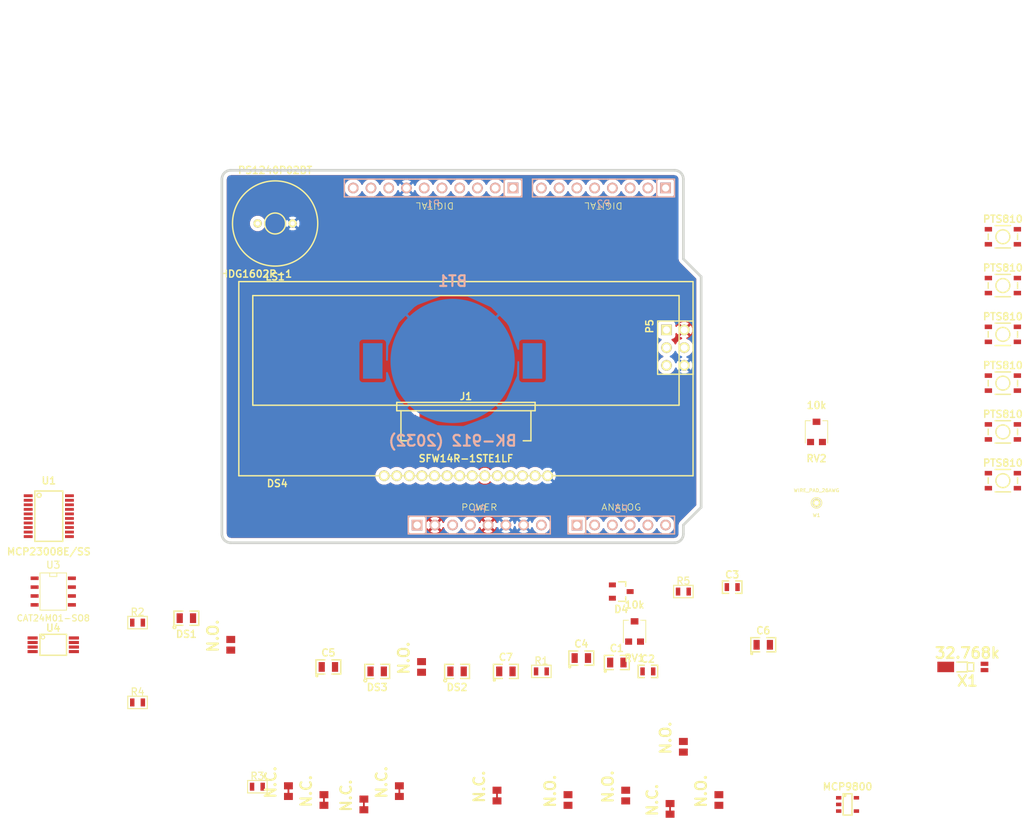
<source format=kicad_pcb>
(kicad_pcb (version 3) (host pcbnew "(2013-09-13 BZR 4316)-product")

  (general
    (links 143)
    (no_connects 134)
    (area 64.6176 42.21734 212.022266 172.7962)
    (thickness 1.6002)
    (drawings 29)
    (tracks 0)
    (zones 0)
    (modules 51)
    (nets 47)
  )

  (page A4)
  (title_block
    (date "16 feb 2013")
  )

  (layers
    (15 Front signal)
    (0 Back signal)
    (16 B.Adhes user)
    (17 F.Adhes user)
    (18 B.Paste user)
    (19 F.Paste user)
    (20 B.SilkS user)
    (21 F.SilkS user)
    (22 B.Mask user)
    (23 F.Mask user)
    (24 Dwgs.User user)
    (25 Cmts.User user)
    (26 Eco1.User user)
    (27 Eco2.User user)
    (28 Edge.Cuts user)
  )

  (setup
    (last_trace_width 0.2032)
    (trace_clearance 0.254)
    (zone_clearance 0.508)
    (zone_45_only no)
    (trace_min 0.2032)
    (segment_width 0.381)
    (edge_width 0.381)
    (via_size 0.889)
    (via_drill 0.635)
    (via_min_size 0.889)
    (via_min_drill 0.508)
    (uvia_size 0.508)
    (uvia_drill 0.127)
    (uvias_allowed no)
    (uvia_min_size 0.508)
    (uvia_min_drill 0.127)
    (pcb_text_width 0.3048)
    (pcb_text_size 1.524 2.032)
    (mod_edge_width 0.2032)
    (mod_text_size 1.524 1.524)
    (mod_text_width 0.3048)
    (pad_size 0.7 4.2)
    (pad_drill 0)
    (pad_to_mask_clearance 0.254)
    (aux_axis_origin 96.52 119.38)
    (grid_origin 96.52 119.38)
    (visible_elements 7FFFFFFF)
    (pcbplotparams
      (layerselection 3178497)
      (usegerberextensions true)
      (excludeedgelayer true)
      (linewidth 0.150000)
      (plotframeref false)
      (viasonmask false)
      (mode 1)
      (useauxorigin false)
      (hpglpennumber 1)
      (hpglpenspeed 20)
      (hpglpendiameter 15)
      (hpglpenoverlay 0)
      (psnegative false)
      (psa4output false)
      (plotreference true)
      (plotvalue true)
      (plotothertext true)
      (plotinvisibletext false)
      (padsonsilk false)
      (subtractmaskfromsilk false)
      (outputformat 1)
      (mirror false)
      (drillshape 1)
      (scaleselection 1)
      (outputdirectory ""))
  )

  (net 0 "")
  (net 1 +5V)
  (net 2 AD2)
  (net 3 AD3)
  (net 4 AD4/SDA)
  (net 5 AD5/SCL)
  (net 6 D0)
  (net 7 D1)
  (net 8 D2)
  (net 9 D3)
  (net 10 D4)
  (net 11 D5)
  (net 12 D6)
  (net 13 D7)
  (net 14 E)
  (net 15 GND)
  (net 16 IO11/MOSI)
  (net 17 IO12/MISO)
  (net 18 IO13/SCK)
  (net 19 IO2/INT0)
  (net 20 IO3/INT1)
  (net 21 IO9)
  (net 22 N-000001)
  (net 23 N-0000010)
  (net 24 N-0000015)
  (net 25 N-0000016)
  (net 26 N-0000017)
  (net 27 N-0000019)
  (net 28 N-000002)
  (net 29 N-0000020)
  (net 30 N-0000021)
  (net 31 N-0000022)
  (net 32 N-0000023)
  (net 33 N-0000025)
  (net 34 N-000003)
  (net 35 N-0000033)
  (net 36 N-0000035)
  (net 37 N-0000036)
  (net 38 N-000004)
  (net 39 N-000005)
  (net 40 N-000006)
  (net 41 N-000007)
  (net 42 N-000008)
  (net 43 N-000009)
  (net 44 RESET)
  (net 45 RW)
  (net 46 V0)

  (net_class Default "This is the default net class."
    (clearance 0.254)
    (trace_width 0.2032)
    (via_dia 0.889)
    (via_drill 0.635)
    (uvia_dia 0.508)
    (uvia_drill 0.127)
    (add_net "")
    (add_net +5V)
    (add_net AD2)
    (add_net AD3)
    (add_net AD4/SDA)
    (add_net AD5/SCL)
    (add_net D0)
    (add_net D1)
    (add_net D2)
    (add_net D3)
    (add_net D4)
    (add_net D5)
    (add_net D6)
    (add_net D7)
    (add_net E)
    (add_net GND)
    (add_net IO11/MOSI)
    (add_net IO12/MISO)
    (add_net IO13/SCK)
    (add_net IO2/INT0)
    (add_net IO3/INT1)
    (add_net IO9)
    (add_net N-000001)
    (add_net N-0000010)
    (add_net N-0000015)
    (add_net N-0000016)
    (add_net N-0000017)
    (add_net N-0000019)
    (add_net N-000002)
    (add_net N-0000020)
    (add_net N-0000021)
    (add_net N-0000022)
    (add_net N-0000023)
    (add_net N-0000025)
    (add_net N-000003)
    (add_net N-0000033)
    (add_net N-0000035)
    (add_net N-0000036)
    (add_net N-000004)
    (add_net N-000005)
    (add_net N-000006)
    (add_net N-000007)
    (add_net N-000008)
    (add_net N-000009)
    (add_net RESET)
    (add_net RW)
    (add_net V0)
  )

  (module CR2032_MPD_BK912_SMT (layer Back) (tedit 5483D004) (tstamp 5484209B)
    (at 129.54 93.345)
    (path /5477FBC0)
    (fp_text reference BT1 (at 0 -11.43) (layer B.SilkS)
      (effects (font (thickness 0.3048)) (justify mirror))
    )
    (fp_text value "BK-912 (2032)" (at 0 11.43) (layer B.SilkS)
      (effects (font (thickness 0.3048)) (justify mirror))
    )
    (pad 1 smd rect (at -11.43 0) (size 2.794 5.08)
      (layers Back B.Paste B.Mask)
      (net 43 N-000009)
    )
    (pad 3 smd rect (at 11.43 0) (size 2.794 5.08)
      (layers Back B.Paste B.Mask)
      (net 43 N-000009)
    )
    (pad 2 smd circle (at 0 0) (size 17.78 17.78)
      (layers Back B.Paste B.Mask)
      (net 15 GND)
    )
    (model C:/Engineering/KiCAD_Libraries/3D/Battery_Holders/VRML/CR2032_MPD_BK912_SMT.wrl
      (at (xyz 0 0 0.005))
      (scale (xyz 1 1 1))
      (rotate (xyz 0 0 0))
    )
  )

  (module HDG1602P-1 (layer Front) (tedit 5483F001) (tstamp 5484212E)
    (at 131.445 95.885)
    (path /5483F27E)
    (fp_text reference DS4 (at -27 15) (layer F.SilkS)
      (effects (font (size 1.016 1.016) (thickness 0.2032)))
    )
    (fp_text value HDG1602P-1 (at -30 -15) (layer F.SilkS)
      (effects (font (size 1.016 1.016) (thickness 0.2032)))
    )
    (fp_line (start -30.5 -11.9) (end -30.5 3.8) (layer F.SilkS) (width 0.2032))
    (fp_line (start -30.5 3.8) (end 30.5 3.8) (layer F.SilkS) (width 0.2032))
    (fp_line (start 30.5 3.8) (end 30.5 -11.9) (layer F.SilkS) (width 0.2032))
    (fp_line (start 30.5 -11.9) (end -30.5 -11.9) (layer F.SilkS) (width 0.2032))
    (fp_line (start -32.5 -13.9) (end 32.5 -13.9) (layer F.SilkS) (width 0.2032))
    (fp_line (start 32.5 -13.9) (end 32.5 13.9) (layer F.SilkS) (width 0.2032))
    (fp_line (start 32.5 13.9) (end -32.5 13.9) (layer F.SilkS) (width 0.2032))
    (fp_line (start -32.5 13.9) (end -32.5 -13.9) (layer F.SilkS) (width 0.2032))
    (pad 1 thru_hole circle (at -11.7 13.9) (size 1.524 1.524) (drill 1.016)
      (layers *.Cu *.Mask F.SilkS)
      (net 13 D7)
    )
    (pad 2 thru_hole circle (at -9.9 13.9) (size 1.524 1.524) (drill 1.016)
      (layers *.Cu *.Mask F.SilkS)
      (net 12 D6)
    )
    (pad 3 thru_hole circle (at -8.1 13.9) (size 1.524 1.524) (drill 1.016)
      (layers *.Cu *.Mask F.SilkS)
      (net 11 D5)
    )
    (pad 4 thru_hole circle (at -6.3 13.9) (size 1.524 1.524) (drill 1.016)
      (layers *.Cu *.Mask F.SilkS)
      (net 10 D4)
    )
    (pad 5 thru_hole circle (at -4.5 13.9) (size 1.524 1.524) (drill 1.016)
      (layers *.Cu *.Mask F.SilkS)
      (net 9 D3)
    )
    (pad 6 thru_hole circle (at -2.7 13.9) (size 1.524 1.524) (drill 1.016)
      (layers *.Cu *.Mask F.SilkS)
      (net 8 D2)
    )
    (pad 7 thru_hole circle (at -0.9 13.9) (size 1.524 1.524) (drill 1.016)
      (layers *.Cu *.Mask F.SilkS)
      (net 7 D1)
    )
    (pad 8 thru_hole circle (at 0.9 13.9) (size 1.524 1.524) (drill 1.016)
      (layers *.Cu *.Mask F.SilkS)
      (net 6 D0)
    )
    (pad 9 thru_hole circle (at 2.7 13.9) (size 1.524 1.524) (drill 1.016)
      (layers *.Cu *.Mask F.SilkS)
      (net 1 +5V)
    )
    (pad 10 thru_hole circle (at 4.5 13.9) (size 1.524 1.524) (drill 1.016)
      (layers *.Cu *.Mask F.SilkS)
      (net 14 E)
    )
    (pad 11 thru_hole circle (at 6.3 13.9) (size 1.524 1.524) (drill 1.016)
      (layers *.Cu *.Mask F.SilkS)
      (net 45 RW)
    )
    (pad 12 thru_hole circle (at 8.1 13.9) (size 1.524 1.524) (drill 1.016)
      (layers *.Cu *.Mask F.SilkS)
      (net 21 IO9)
    )
    (pad 13 thru_hole circle (at 9.9 13.9) (size 1.524 1.524) (drill 1.016)
      (layers *.Cu *.Mask F.SilkS)
      (net 46 V0)
    )
    (pad 14 thru_hole circle (at 11.7 13.9) (size 1.524 1.524) (drill 1.016)
      (layers *.Cu *.Mask F.SilkS)
      (net 15 GND)
    )
  )

  (module SOLDER_LINK_NO (layer Front) (tedit 5483ACDB) (tstamp 54842152)
    (at 125.095 137.16)
    (path /5476B213)
    (fp_text reference LK1 (at 2.54 0 90) (layer F.SilkS) hide
      (effects (font (thickness 0.3048)))
    )
    (fp_text value N.O. (at -2.54 -1.27 90) (layer F.SilkS)
      (effects (font (thickness 0.3048)))
    )
    (pad 1 smd rect (at 0 -0.762) (size 1.27 1.016)
      (layers Front F.Paste F.Mask)
      (net 1 +5V)
      (solder_mask_margin 0.3048)
    )
    (pad 2 smd rect (at 0 0.762) (size 1.27 1.016)
      (layers Front F.Paste F.Mask)
      (net 34 N-000003)
      (solder_mask_margin 0.3048)
    )
  )

  (module SOLDER_LINK_NO (layer Front) (tedit 5483ACDB) (tstamp 54842158)
    (at 97.79 133.985)
    (path /5476B22C)
    (fp_text reference LK2 (at 2.54 0 90) (layer F.SilkS) hide
      (effects (font (thickness 0.3048)))
    )
    (fp_text value N.O. (at -2.54 -1.27 90) (layer F.SilkS)
      (effects (font (thickness 0.3048)))
    )
    (pad 1 smd rect (at 0 -0.762) (size 1.27 1.016)
      (layers Front F.Paste F.Mask)
      (net 1 +5V)
      (solder_mask_margin 0.3048)
    )
    (pad 2 smd rect (at 0 0.762) (size 1.27 1.016)
      (layers Front F.Paste F.Mask)
      (net 28 N-000002)
      (solder_mask_margin 0.3048)
    )
  )

  (module SOLDER_LINK_NO (layer Front) (tedit 5483ACDB) (tstamp 5484215E)
    (at 146.05 156.21)
    (path /5476B6C5)
    (fp_text reference LK3 (at 2.54 0 90) (layer F.SilkS) hide
      (effects (font (thickness 0.3048)))
    )
    (fp_text value N.O. (at -2.54 -1.27 90) (layer F.SilkS)
      (effects (font (thickness 0.3048)))
    )
    (pad 1 smd rect (at 0 -0.762) (size 1.27 1.016)
      (layers Front F.Paste F.Mask)
      (net 1 +5V)
      (solder_mask_margin 0.3048)
    )
    (pad 2 smd rect (at 0 0.762) (size 1.27 1.016)
      (layers Front F.Paste F.Mask)
      (net 22 N-000001)
      (solder_mask_margin 0.3048)
    )
  )

  (module SOLDER_LINK_NC (layer Front) (tedit 5483AD96) (tstamp 54842165)
    (at 135.89 155.575)
    (path /5476B219)
    (fp_text reference LK4 (at 2.54 0 90) (layer F.SilkS) hide
      (effects (font (thickness 0.3048)))
    )
    (fp_text value N.C. (at -2.54 -1.27 90) (layer F.SilkS)
      (effects (font (thickness 0.3048)))
    )
    (fp_line (start 0 0.508) (end 0 -0.508) (layer Front) (width 0.254))
    (pad 1 smd rect (at 0 -0.762) (size 1.27 1.016)
      (layers Front F.Paste F.Mask)
      (net 34 N-000003)
      (solder_mask_margin 0.3048)
    )
    (pad 2 smd rect (at 0 0.762) (size 1.27 1.016)
      (layers Front F.Paste F.Mask)
      (net 15 GND)
      (solder_mask_margin 0.3048)
    )
  )

  (module SOLDER_LINK_NC (layer Front) (tedit 5483AD96) (tstamp 5484216C)
    (at 121.92 154.94)
    (path /5476B232)
    (fp_text reference LK5 (at 2.54 0 90) (layer F.SilkS) hide
      (effects (font (thickness 0.3048)))
    )
    (fp_text value N.C. (at -2.54 -1.27 90) (layer F.SilkS)
      (effects (font (thickness 0.3048)))
    )
    (fp_line (start 0 0.508) (end 0 -0.508) (layer Front) (width 0.254))
    (pad 1 smd rect (at 0 -0.762) (size 1.27 1.016)
      (layers Front F.Paste F.Mask)
      (net 28 N-000002)
      (solder_mask_margin 0.3048)
    )
    (pad 2 smd rect (at 0 0.762) (size 1.27 1.016)
      (layers Front F.Paste F.Mask)
      (net 15 GND)
      (solder_mask_margin 0.3048)
    )
  )

  (module SOLDER_LINK_NC (layer Front) (tedit 5483AD96) (tstamp 54842173)
    (at 160.655 157.48)
    (path /5476B6CB)
    (fp_text reference LK6 (at 2.54 0 90) (layer F.SilkS) hide
      (effects (font (thickness 0.3048)))
    )
    (fp_text value N.C. (at -2.54 -1.27 90) (layer F.SilkS)
      (effects (font (thickness 0.3048)))
    )
    (fp_line (start 0 0.508) (end 0 -0.508) (layer Front) (width 0.254))
    (pad 1 smd rect (at 0 -0.762) (size 1.27 1.016)
      (layers Front F.Paste F.Mask)
      (net 22 N-000001)
      (solder_mask_margin 0.3048)
    )
    (pad 2 smd rect (at 0 0.762) (size 1.27 1.016)
      (layers Front F.Paste F.Mask)
      (net 15 GND)
      (solder_mask_margin 0.3048)
    )
  )

  (module SOLDER_LINK_NO (layer Front) (tedit 5483ACDB) (tstamp 54842179)
    (at 154.305 155.575)
    (path /5476DE62)
    (fp_text reference LK7 (at 2.54 0 90) (layer F.SilkS) hide
      (effects (font (thickness 0.3048)))
    )
    (fp_text value N.O. (at -2.54 -1.27 90) (layer F.SilkS)
      (effects (font (thickness 0.3048)))
    )
    (pad 1 smd rect (at 0 -0.762) (size 1.27 1.016)
      (layers Front F.Paste F.Mask)
      (net 3 AD3)
      (solder_mask_margin 0.3048)
    )
    (pad 2 smd rect (at 0 0.762) (size 1.27 1.016)
      (layers Front F.Paste F.Mask)
      (net 45 RW)
      (solder_mask_margin 0.3048)
    )
  )

  (module SOLDER_LINK_NC (layer Front) (tedit 5483AD96) (tstamp 54842180)
    (at 106.045 154.94)
    (path /5476E052)
    (fp_text reference LK8 (at 2.54 0 90) (layer F.SilkS) hide
      (effects (font (thickness 0.3048)))
    )
    (fp_text value N.C. (at -2.54 -1.27 90) (layer F.SilkS)
      (effects (font (thickness 0.3048)))
    )
    (fp_line (start 0 0.508) (end 0 -0.508) (layer Front) (width 0.254))
    (pad 1 smd rect (at 0 -0.762) (size 1.27 1.016)
      (layers Front F.Paste F.Mask)
      (net 45 RW)
      (solder_mask_margin 0.3048)
    )
    (pad 2 smd rect (at 0 0.762) (size 1.27 1.016)
      (layers Front F.Paste F.Mask)
      (net 15 GND)
      (solder_mask_margin 0.3048)
    )
  )

  (module SOLDER_LINK_NO (layer Front) (tedit 5483ACDB) (tstamp 54842186)
    (at 167.64 156.21)
    (path /5476A699)
    (fp_text reference LK9 (at 2.54 0 90) (layer F.SilkS) hide
      (effects (font (thickness 0.3048)))
    )
    (fp_text value N.O. (at -2.54 -1.27 90) (layer F.SilkS)
      (effects (font (thickness 0.3048)))
    )
    (pad 1 smd rect (at 0 -0.762) (size 1.27 1.016)
      (layers Front F.Paste F.Mask)
      (net 1 +5V)
      (solder_mask_margin 0.3048)
    )
    (pad 2 smd rect (at 0 0.762) (size 1.27 1.016)
      (layers Front F.Paste F.Mask)
      (net 25 N-0000016)
      (solder_mask_margin 0.3048)
    )
  )

  (module SOLDER_LINK_NO (layer Front) (tedit 5483ACDB) (tstamp 5484218C)
    (at 162.56 148.59)
    (path /5476A5E3)
    (fp_text reference LK10 (at 2.54 0 90) (layer F.SilkS) hide
      (effects (font (thickness 0.3048)))
    )
    (fp_text value N.O. (at -2.54 -1.27 90) (layer F.SilkS)
      (effects (font (thickness 0.3048)))
    )
    (pad 1 smd rect (at 0 -0.762) (size 1.27 1.016)
      (layers Front F.Paste F.Mask)
      (net 1 +5V)
      (solder_mask_margin 0.3048)
    )
    (pad 2 smd rect (at 0 0.762) (size 1.27 1.016)
      (layers Front F.Paste F.Mask)
      (net 24 N-0000015)
      (solder_mask_margin 0.3048)
    )
  )

  (module SOLDER_LINK_NC (layer Front) (tedit 5483AD96) (tstamp 54842193)
    (at 116.84 156.845)
    (path /5476A5CF)
    (fp_text reference LK11 (at 2.54 0 90) (layer F.SilkS) hide
      (effects (font (thickness 0.3048)))
    )
    (fp_text value N.C. (at -2.54 -1.27 90) (layer F.SilkS)
      (effects (font (thickness 0.3048)))
    )
    (fp_line (start 0 0.508) (end 0 -0.508) (layer Front) (width 0.254))
    (pad 1 smd rect (at 0 -0.762) (size 1.27 1.016)
      (layers Front F.Paste F.Mask)
      (net 25 N-0000016)
      (solder_mask_margin 0.3048)
    )
    (pad 2 smd rect (at 0 0.762) (size 1.27 1.016)
      (layers Front F.Paste F.Mask)
      (net 15 GND)
      (solder_mask_margin 0.3048)
    )
  )

  (module SOLDER_LINK_NC (layer Front) (tedit 5483AD96) (tstamp 5484219A)
    (at 111.125 156.21)
    (path /5476A682)
    (fp_text reference LK12 (at 2.54 0 90) (layer F.SilkS) hide
      (effects (font (thickness 0.3048)))
    )
    (fp_text value N.C. (at -2.54 -1.27 90) (layer F.SilkS)
      (effects (font (thickness 0.3048)))
    )
    (fp_line (start 0 0.508) (end 0 -0.508) (layer Front) (width 0.254))
    (pad 1 smd rect (at 0 -0.762) (size 1.27 1.016)
      (layers Front F.Paste F.Mask)
      (net 24 N-0000015)
      (solder_mask_margin 0.3048)
    )
    (pad 2 smd rect (at 0 0.762) (size 1.27 1.016)
      (layers Front F.Paste F.Mask)
      (net 15 GND)
      (solder_mask_margin 0.3048)
    )
  )

  (module PS1240P02BT_PTH (layer Front) (tedit 5483DBF1) (tstamp 548421A2)
    (at 104.14 73.66)
    (path /54847F72)
    (fp_text reference LS1 (at 0 7.62) (layer F.SilkS)
      (effects (font (size 1.016 1.016) (thickness 0.2032)))
    )
    (fp_text value PS1240P02BT (at 0 -7.62) (layer F.SilkS)
      (effects (font (size 1.016 1.016) (thickness 0.2032)))
    )
    (fp_circle (center 0 0) (end 1.5 0) (layer F.SilkS) (width 0.2032))
    (fp_circle (center 0 0) (end 6.1 0) (layer F.SilkS) (width 0.2032))
    (pad 1 thru_hole circle (at -2.5 0) (size 1.2 1.2) (drill 0.65)
      (layers *.Cu *.Mask F.SilkS)
      (net 38 N-000004)
    )
    (pad 2 thru_hole circle (at 2.5 0) (size 1.2 1.2) (drill 0.65)
      (layers *.Cu *.Mask F.SilkS)
      (net 15 GND)
    )
    (model C:/Engineering/KiCAD_Libraries/3D/Transducers/VRML/PS1240P02BT.wrl
      (at (xyz 0 0 0.005))
      (scale (xyz 1 1 1))
      (rotate (xyz 0 0 0))
    )
  )

  (module R0603 (layer Front) (tedit 544F0A6E) (tstamp 548421AC)
    (at 142.24 137.795)
    (path /54768ADD)
    (attr smd)
    (fp_text reference R1 (at 0 -1.524) (layer F.SilkS)
      (effects (font (size 1.016 1.016) (thickness 0.1524)))
    )
    (fp_text value 270 (at 0 1.524) (layer F.SilkS) hide
      (effects (font (size 1.016 1.016) (thickness 0.1524)))
    )
    (fp_line (start -1.397 -0.889) (end 1.397 -0.889) (layer F.SilkS) (width 0.1524))
    (fp_line (start 1.397 -0.889) (end 1.397 0.889) (layer F.SilkS) (width 0.1524))
    (fp_line (start 1.397 0.889) (end -1.397 0.889) (layer F.SilkS) (width 0.1524))
    (fp_line (start -1.397 0.889) (end -1.397 -0.889) (layer F.SilkS) (width 0.1524))
    (pad 1 smd rect (at -0.762 0) (size 0.635 1.143)
      (layers Front F.Paste F.Mask)
      (net 1 +5V)
    )
    (pad 2 smd rect (at 0.762 0) (size 0.635 1.143)
      (layers Front F.Paste F.Mask)
      (net 35 N-0000033)
    )
    (model C:/Engineering/KiCAD_Libraries/3D/Discrete/Passive/Resistors/VRML/R0603.wrl
      (at (xyz 0 0 0.005))
      (scale (xyz 0.39 0.39 0.39))
      (rotate (xyz 0 0 0))
    )
  )

  (module R0603 (layer Front) (tedit 544F0A6E) (tstamp 548421B6)
    (at 84.455 130.81)
    (path /54768AEA)
    (attr smd)
    (fp_text reference R2 (at 0 -1.524) (layer F.SilkS)
      (effects (font (size 1.016 1.016) (thickness 0.1524)))
    )
    (fp_text value 270 (at 0 1.524) (layer F.SilkS) hide
      (effects (font (size 1.016 1.016) (thickness 0.1524)))
    )
    (fp_line (start -1.397 -0.889) (end 1.397 -0.889) (layer F.SilkS) (width 0.1524))
    (fp_line (start 1.397 -0.889) (end 1.397 0.889) (layer F.SilkS) (width 0.1524))
    (fp_line (start 1.397 0.889) (end -1.397 0.889) (layer F.SilkS) (width 0.1524))
    (fp_line (start -1.397 0.889) (end -1.397 -0.889) (layer F.SilkS) (width 0.1524))
    (pad 1 smd rect (at -0.762 0) (size 0.635 1.143)
      (layers Front F.Paste F.Mask)
      (net 1 +5V)
    )
    (pad 2 smd rect (at 0.762 0) (size 0.635 1.143)
      (layers Front F.Paste F.Mask)
      (net 36 N-0000035)
    )
    (model C:/Engineering/KiCAD_Libraries/3D/Discrete/Passive/Resistors/VRML/R0603.wrl
      (at (xyz 0 0 0.005))
      (scale (xyz 0.39 0.39 0.39))
      (rotate (xyz 0 0 0))
    )
  )

  (module R0603 (layer Front) (tedit 544F0A6E) (tstamp 548421C0)
    (at 101.6 154.305)
    (path /54768AF7)
    (attr smd)
    (fp_text reference R3 (at 0 -1.524) (layer F.SilkS)
      (effects (font (size 1.016 1.016) (thickness 0.1524)))
    )
    (fp_text value 270 (at 0 1.524) (layer F.SilkS) hide
      (effects (font (size 1.016 1.016) (thickness 0.1524)))
    )
    (fp_line (start -1.397 -0.889) (end 1.397 -0.889) (layer F.SilkS) (width 0.1524))
    (fp_line (start 1.397 -0.889) (end 1.397 0.889) (layer F.SilkS) (width 0.1524))
    (fp_line (start 1.397 0.889) (end -1.397 0.889) (layer F.SilkS) (width 0.1524))
    (fp_line (start -1.397 0.889) (end -1.397 -0.889) (layer F.SilkS) (width 0.1524))
    (pad 1 smd rect (at -0.762 0) (size 0.635 1.143)
      (layers Front F.Paste F.Mask)
      (net 1 +5V)
    )
    (pad 2 smd rect (at 0.762 0) (size 0.635 1.143)
      (layers Front F.Paste F.Mask)
      (net 37 N-0000036)
    )
    (model C:/Engineering/KiCAD_Libraries/3D/Discrete/Passive/Resistors/VRML/R0603.wrl
      (at (xyz 0 0 0.005))
      (scale (xyz 0.39 0.39 0.39))
      (rotate (xyz 0 0 0))
    )
  )

  (module R0603 (layer Front) (tedit 544F0A6E) (tstamp 548421CA)
    (at 84.455 142.24)
    (path /54769321)
    (attr smd)
    (fp_text reference R4 (at 0 -1.524) (layer F.SilkS)
      (effects (font (size 1.016 1.016) (thickness 0.1524)))
    )
    (fp_text value 4.7k (at 0 1.524) (layer F.SilkS) hide
      (effects (font (size 1.016 1.016) (thickness 0.1524)))
    )
    (fp_line (start -1.397 -0.889) (end 1.397 -0.889) (layer F.SilkS) (width 0.1524))
    (fp_line (start 1.397 -0.889) (end 1.397 0.889) (layer F.SilkS) (width 0.1524))
    (fp_line (start 1.397 0.889) (end -1.397 0.889) (layer F.SilkS) (width 0.1524))
    (fp_line (start -1.397 0.889) (end -1.397 -0.889) (layer F.SilkS) (width 0.1524))
    (pad 1 smd rect (at -0.762 0) (size 0.635 1.143)
      (layers Front F.Paste F.Mask)
      (net 1 +5V)
    )
    (pad 2 smd rect (at 0.762 0) (size 0.635 1.143)
      (layers Front F.Paste F.Mask)
      (net 4 AD4/SDA)
    )
    (model C:/Engineering/KiCAD_Libraries/3D/Discrete/Passive/Resistors/VRML/R0603.wrl
      (at (xyz 0 0 0.005))
      (scale (xyz 0.39 0.39 0.39))
      (rotate (xyz 0 0 0))
    )
  )

  (module R0603 (layer Front) (tedit 544F0A6E) (tstamp 548421D4)
    (at 162.56 126.365)
    (path /54769316)
    (attr smd)
    (fp_text reference R5 (at 0 -1.524) (layer F.SilkS)
      (effects (font (size 1.016 1.016) (thickness 0.1524)))
    )
    (fp_text value 4.7k (at 0 1.524) (layer F.SilkS) hide
      (effects (font (size 1.016 1.016) (thickness 0.1524)))
    )
    (fp_line (start -1.397 -0.889) (end 1.397 -0.889) (layer F.SilkS) (width 0.1524))
    (fp_line (start 1.397 -0.889) (end 1.397 0.889) (layer F.SilkS) (width 0.1524))
    (fp_line (start 1.397 0.889) (end -1.397 0.889) (layer F.SilkS) (width 0.1524))
    (fp_line (start -1.397 0.889) (end -1.397 -0.889) (layer F.SilkS) (width 0.1524))
    (pad 1 smd rect (at -0.762 0) (size 0.635 1.143)
      (layers Front F.Paste F.Mask)
      (net 1 +5V)
    )
    (pad 2 smd rect (at 0.762 0) (size 0.635 1.143)
      (layers Front F.Paste F.Mask)
      (net 5 AD5/SCL)
    )
    (model C:/Engineering/KiCAD_Libraries/3D/Discrete/Passive/Resistors/VRML/R0603.wrl
      (at (xyz 0 0 0.005))
      (scale (xyz 0.39 0.39 0.39))
      (rotate (xyz 0 0 0))
    )
  )

  (module WIRE_PAD_26AWG (layer Front) (tedit 512C35F1) (tstamp 54842289)
    (at 181.61 113.665)
    (path /5483A739)
    (fp_text reference W1 (at 0 1.778) (layer F.SilkS)
      (effects (font (size 0.4572 0.508) (thickness 0.1016)))
    )
    (fp_text value WIRE_PAD_26AWG (at 0 -1.778) (layer F.SilkS)
      (effects (font (size 0.4572 0.508) (thickness 0.1016)))
    )
    (fp_circle (center 0 0) (end 0.762 0) (layer F.SilkS) (width 0.127))
    (pad 1 thru_hole circle (at 0 0) (size 1.143 1.143) (drill 0.6604)
      (layers *.Cu *.Mask F.SilkS)
      (net 26 N-0000017)
    )
  )

  (module CP0805 (layer Front) (tedit 54847428) (tstamp 54848D7E)
    (at 153.035 136.525)
    (path /5476D52A)
    (attr smd)
    (fp_text reference C1 (at 0 -2.032) (layer F.SilkS)
      (effects (font (size 1.016 1.016) (thickness 0.2032)))
    )
    (fp_text value 10uF (at 0 2.032) (layer F.SilkS) hide
      (effects (font (size 1.016 1.016) (thickness 0.2032)))
    )
    (fp_circle (center -1.651 1.27) (end -1.651 1.397) (layer F.SilkS) (width 0.2032))
    (fp_line (start 0.508 -1.016) (end 1.778 -1.016) (layer F.SilkS) (width 0.2032))
    (fp_line (start 1.778 -1.016) (end 1.778 1.016) (layer F.SilkS) (width 0.2032))
    (fp_line (start 1.778 1.016) (end 0.508 1.016) (layer F.SilkS) (width 0.2032))
    (fp_line (start -0.508 -1.016) (end -1.778 -1.016) (layer F.SilkS) (width 0.2032))
    (fp_line (start -1.778 -1.016) (end -1.778 1.016) (layer F.SilkS) (width 0.2032))
    (fp_line (start -1.778 1.016) (end -0.508 1.016) (layer F.SilkS) (width 0.2032))
    (pad 1 smd rect (at -0.9525 0) (size 0.889 1.397)
      (layers Front F.Paste F.Mask)
      (net 1 +5V)
    )
    (pad 2 smd rect (at 0.9525 0) (size 0.889 1.397)
      (layers Front F.Paste F.Mask)
      (net 15 GND)
    )
    (model C:/Engineering/KiCAD_Libraries/3D/Discrete/Passive/Capacitors/VRML/C0805.wrl
      (at (xyz 0 0 0))
      (scale (xyz 1 1 1))
      (rotate (xyz 0 0 0))
    )
  )

  (module C0603 (layer Front) (tedit 5484731F) (tstamp 54848D8A)
    (at 157.48 137.795)
    (path /5476C827)
    (attr smd)
    (fp_text reference C2 (at 0 -1.778) (layer F.SilkS)
      (effects (font (size 1.016 1.016) (thickness 0.2032)))
    )
    (fp_text value 8pF (at 0 1.778) (layer F.SilkS) hide
      (effects (font (size 1.016 1.016) (thickness 0.2032)))
    )
    (fp_line (start 0.508 -0.889) (end 1.397 -0.889) (layer F.SilkS) (width 0.2032))
    (fp_line (start 1.397 -0.889) (end 1.397 0.889) (layer F.SilkS) (width 0.2032))
    (fp_line (start 1.397 0.889) (end 0.508 0.889) (layer F.SilkS) (width 0.2032))
    (fp_line (start -0.508 0.889) (end -1.397 0.889) (layer F.SilkS) (width 0.2032))
    (fp_line (start -0.508 -0.889) (end -1.397 -0.889) (layer F.SilkS) (width 0.2032))
    (fp_line (start -1.397 -0.889) (end -1.397 0.889) (layer F.SilkS) (width 0.2032))
    (pad 1 smd rect (at -0.762 0) (size 0.635 1.143)
      (layers Front F.Paste F.Mask)
      (net 15 GND)
    )
    (pad 2 smd rect (at 0.762 0) (size 0.635 1.143)
      (layers Front F.Paste F.Mask)
      (net 39 N-000005)
    )
    (model C:/Engineering/KiCAD_Libraries/3D/Discrete/Passive/Capacitors/VRML/C0603.wrl
      (at (xyz 0 0 0.005))
      (scale (xyz 1 1 1))
      (rotate (xyz 0 0 0))
    )
  )

  (module C0603 (layer Front) (tedit 5484731F) (tstamp 54848D95)
    (at 169.545 125.73)
    (path /5476C839)
    (attr smd)
    (fp_text reference C3 (at 0 -1.778) (layer F.SilkS)
      (effects (font (size 1.016 1.016) (thickness 0.2032)))
    )
    (fp_text value 8pF (at 0 1.778) (layer F.SilkS) hide
      (effects (font (size 1.016 1.016) (thickness 0.2032)))
    )
    (fp_line (start 0.508 -0.889) (end 1.397 -0.889) (layer F.SilkS) (width 0.2032))
    (fp_line (start 1.397 -0.889) (end 1.397 0.889) (layer F.SilkS) (width 0.2032))
    (fp_line (start 1.397 0.889) (end 0.508 0.889) (layer F.SilkS) (width 0.2032))
    (fp_line (start -0.508 0.889) (end -1.397 0.889) (layer F.SilkS) (width 0.2032))
    (fp_line (start -0.508 -0.889) (end -1.397 -0.889) (layer F.SilkS) (width 0.2032))
    (fp_line (start -1.397 -0.889) (end -1.397 0.889) (layer F.SilkS) (width 0.2032))
    (pad 1 smd rect (at -0.762 0) (size 0.635 1.143)
      (layers Front F.Paste F.Mask)
      (net 15 GND)
    )
    (pad 2 smd rect (at 0.762 0) (size 0.635 1.143)
      (layers Front F.Paste F.Mask)
      (net 41 N-000007)
    )
    (model C:/Engineering/KiCAD_Libraries/3D/Discrete/Passive/Capacitors/VRML/C0603.wrl
      (at (xyz 0 0 0.005))
      (scale (xyz 1 1 1))
      (rotate (xyz 0 0 0))
    )
  )

  (module CP0805 (layer Front) (tedit 54847428) (tstamp 54848DA0)
    (at 147.955 135.89)
    (path /5476CA5C)
    (attr smd)
    (fp_text reference C4 (at 0 -2.032) (layer F.SilkS)
      (effects (font (size 1.016 1.016) (thickness 0.2032)))
    )
    (fp_text value 10uF (at 0 2.032) (layer F.SilkS) hide
      (effects (font (size 1.016 1.016) (thickness 0.2032)))
    )
    (fp_circle (center -1.651 1.27) (end -1.651 1.397) (layer F.SilkS) (width 0.2032))
    (fp_line (start 0.508 -1.016) (end 1.778 -1.016) (layer F.SilkS) (width 0.2032))
    (fp_line (start 1.778 -1.016) (end 1.778 1.016) (layer F.SilkS) (width 0.2032))
    (fp_line (start 1.778 1.016) (end 0.508 1.016) (layer F.SilkS) (width 0.2032))
    (fp_line (start -0.508 -1.016) (end -1.778 -1.016) (layer F.SilkS) (width 0.2032))
    (fp_line (start -1.778 -1.016) (end -1.778 1.016) (layer F.SilkS) (width 0.2032))
    (fp_line (start -1.778 1.016) (end -0.508 1.016) (layer F.SilkS) (width 0.2032))
    (pad 1 smd rect (at -0.9525 0) (size 0.889 1.397)
      (layers Front F.Paste F.Mask)
      (net 1 +5V)
    )
    (pad 2 smd rect (at 0.9525 0) (size 0.889 1.397)
      (layers Front F.Paste F.Mask)
      (net 15 GND)
    )
    (model C:/Engineering/KiCAD_Libraries/3D/Discrete/Passive/Capacitors/VRML/C0805.wrl
      (at (xyz 0 0 0))
      (scale (xyz 1 1 1))
      (rotate (xyz 0 0 0))
    )
  )

  (module CP0805 (layer Front) (tedit 54847428) (tstamp 54848DAC)
    (at 111.76 137.16)
    (path /5476D99F)
    (attr smd)
    (fp_text reference C5 (at 0 -2.032) (layer F.SilkS)
      (effects (font (size 1.016 1.016) (thickness 0.2032)))
    )
    (fp_text value 10uF (at 0 2.032) (layer F.SilkS) hide
      (effects (font (size 1.016 1.016) (thickness 0.2032)))
    )
    (fp_circle (center -1.651 1.27) (end -1.651 1.397) (layer F.SilkS) (width 0.2032))
    (fp_line (start 0.508 -1.016) (end 1.778 -1.016) (layer F.SilkS) (width 0.2032))
    (fp_line (start 1.778 -1.016) (end 1.778 1.016) (layer F.SilkS) (width 0.2032))
    (fp_line (start 1.778 1.016) (end 0.508 1.016) (layer F.SilkS) (width 0.2032))
    (fp_line (start -0.508 -1.016) (end -1.778 -1.016) (layer F.SilkS) (width 0.2032))
    (fp_line (start -1.778 -1.016) (end -1.778 1.016) (layer F.SilkS) (width 0.2032))
    (fp_line (start -1.778 1.016) (end -0.508 1.016) (layer F.SilkS) (width 0.2032))
    (pad 1 smd rect (at -0.9525 0) (size 0.889 1.397)
      (layers Front F.Paste F.Mask)
      (net 1 +5V)
    )
    (pad 2 smd rect (at 0.9525 0) (size 0.889 1.397)
      (layers Front F.Paste F.Mask)
      (net 15 GND)
    )
    (model C:/Engineering/KiCAD_Libraries/3D/Discrete/Passive/Capacitors/VRML/C0805.wrl
      (at (xyz 0 0 0))
      (scale (xyz 1 1 1))
      (rotate (xyz 0 0 0))
    )
  )

  (module CP0805 (layer Front) (tedit 54847428) (tstamp 54848DB8)
    (at 173.99 133.985)
    (path /5476CA67)
    (attr smd)
    (fp_text reference C6 (at 0 -2.032) (layer F.SilkS)
      (effects (font (size 1.016 1.016) (thickness 0.2032)))
    )
    (fp_text value 10uF (at 0 2.032) (layer F.SilkS) hide
      (effects (font (size 1.016 1.016) (thickness 0.2032)))
    )
    (fp_circle (center -1.651 1.27) (end -1.651 1.397) (layer F.SilkS) (width 0.2032))
    (fp_line (start 0.508 -1.016) (end 1.778 -1.016) (layer F.SilkS) (width 0.2032))
    (fp_line (start 1.778 -1.016) (end 1.778 1.016) (layer F.SilkS) (width 0.2032))
    (fp_line (start 1.778 1.016) (end 0.508 1.016) (layer F.SilkS) (width 0.2032))
    (fp_line (start -0.508 -1.016) (end -1.778 -1.016) (layer F.SilkS) (width 0.2032))
    (fp_line (start -1.778 -1.016) (end -1.778 1.016) (layer F.SilkS) (width 0.2032))
    (fp_line (start -1.778 1.016) (end -0.508 1.016) (layer F.SilkS) (width 0.2032))
    (pad 1 smd rect (at -0.9525 0) (size 0.889 1.397)
      (layers Front F.Paste F.Mask)
      (net 1 +5V)
    )
    (pad 2 smd rect (at 0.9525 0) (size 0.889 1.397)
      (layers Front F.Paste F.Mask)
      (net 15 GND)
    )
    (model C:/Engineering/KiCAD_Libraries/3D/Discrete/Passive/Capacitors/VRML/C0805.wrl
      (at (xyz 0 0 0))
      (scale (xyz 1 1 1))
      (rotate (xyz 0 0 0))
    )
  )

  (module CP0805 (layer Front) (tedit 54847428) (tstamp 54848DC4)
    (at 137.16 137.795)
    (path /5476CA40)
    (attr smd)
    (fp_text reference C7 (at 0 -2.032) (layer F.SilkS)
      (effects (font (size 1.016 1.016) (thickness 0.2032)))
    )
    (fp_text value 10uF (at 0 2.032) (layer F.SilkS) hide
      (effects (font (size 1.016 1.016) (thickness 0.2032)))
    )
    (fp_circle (center -1.651 1.27) (end -1.651 1.397) (layer F.SilkS) (width 0.2032))
    (fp_line (start 0.508 -1.016) (end 1.778 -1.016) (layer F.SilkS) (width 0.2032))
    (fp_line (start 1.778 -1.016) (end 1.778 1.016) (layer F.SilkS) (width 0.2032))
    (fp_line (start 1.778 1.016) (end 0.508 1.016) (layer F.SilkS) (width 0.2032))
    (fp_line (start -0.508 -1.016) (end -1.778 -1.016) (layer F.SilkS) (width 0.2032))
    (fp_line (start -1.778 -1.016) (end -1.778 1.016) (layer F.SilkS) (width 0.2032))
    (fp_line (start -1.778 1.016) (end -0.508 1.016) (layer F.SilkS) (width 0.2032))
    (pad 1 smd rect (at -0.9525 0) (size 0.889 1.397)
      (layers Front F.Paste F.Mask)
      (net 23 N-0000010)
    )
    (pad 2 smd rect (at 0.9525 0) (size 0.889 1.397)
      (layers Front F.Paste F.Mask)
      (net 15 GND)
    )
    (model C:/Engineering/KiCAD_Libraries/3D/Discrete/Passive/Capacitors/VRML/C0805.wrl
      (at (xyz 0 0 0))
      (scale (xyz 1 1 1))
      (rotate (xyz 0 0 0))
    )
  )

  (module HEADER_100MIL_2R6P_PTH (layer Front) (tedit 5108B5DD) (tstamp 5484D255)
    (at 161.417 91.44 270)
    (path /5483D027)
    (fp_text reference P5 (at -3.048 3.683 270) (layer F.SilkS)
      (effects (font (size 1.016 1.016) (thickness 0.2032)))
    )
    (fp_text value "2X3 HEADER" (at 0 3.81 270) (layer F.SilkS) hide
      (effects (font (size 1.016 1.016) (thickness 0.2032)))
    )
    (fp_line (start 3.81 2.54) (end -3.81 2.54) (layer F.SilkS) (width 0.2032))
    (fp_line (start -3.81 -2.54) (end 3.81 -2.54) (layer F.SilkS) (width 0.2032))
    (fp_line (start 3.81 -2.54) (end 3.81 2.54) (layer F.SilkS) (width 0.2032))
    (fp_line (start -3.81 2.54) (end -3.81 -2.54) (layer F.SilkS) (width 0.2032))
    (pad 1 thru_hole rect (at -2.54 1.27 270) (size 1.524 1.524) (drill 1.016)
      (layers *.Cu *.Mask F.SilkS)
      (net 17 IO12/MISO)
    )
    (pad 2 thru_hole circle (at -2.54 -1.27 270) (size 1.524 1.524) (drill 1.016)
      (layers *.Cu *.Mask F.SilkS)
      (net 1 +5V)
    )
    (pad 3 thru_hole circle (at 0 1.27 270) (size 1.524 1.524) (drill 1.016)
      (layers *.Cu *.Mask F.SilkS)
      (net 18 IO13/SCK)
    )
    (pad 4 thru_hole circle (at 0 -1.27 270) (size 1.524 1.524) (drill 1.016)
      (layers *.Cu *.Mask F.SilkS)
      (net 16 IO11/MOSI)
    )
    (pad 5 thru_hole circle (at 2.54 1.27 270) (size 1.524 1.524) (drill 1.016)
      (layers *.Cu *.Mask F.SilkS)
      (net 44 RESET)
    )
    (pad 6 thru_hole circle (at 2.54 -1.27 270) (size 1.524 1.524) (drill 1.016)
      (layers *.Cu *.Mask F.SilkS)
      (net 15 GND)
    )
    (model C:/Engineering/KiCAD_Libraries/3D/Headers/VRML/HEADER_M_2.54MM_2R6P_ST_AU_PTH.wrl
      (at (xyz 0 0 -0.06))
      (scale (xyz 1 1 1))
      (rotate (xyz 0 180 0))
    )
  )

  (module AB26TRQ (layer Front) (tedit 548476F8) (tstamp 54848E17)
    (at 203.2 137.16)
    (path /5484783C)
    (fp_text reference X1 (at 0 2) (layer F.SilkS)
      (effects (font (thickness 0.3048)))
    )
    (fp_text value 32.768k (at 0 -2) (layer F.SilkS)
      (effects (font (thickness 0.3048)))
    )
    (fp_line (start 0 -0.6) (end 0.9 -0.6) (layer F.SilkS) (width 0.2032))
    (fp_line (start 0.9 -0.6) (end 0.9 0.6) (layer F.SilkS) (width 0.2032))
    (fp_line (start 0.9 0.6) (end 0 0.6) (layer F.SilkS) (width 0.2032))
    (fp_line (start -1.5 -0.7) (end 0 -0.7) (layer F.SilkS) (width 0.2032))
    (fp_line (start 0 -0.7) (end 0 0.7) (layer F.SilkS) (width 0.2032))
    (fp_line (start 0 0.7) (end -1.5 0.7) (layer F.SilkS) (width 0.2032))
    (pad 1 smd rect (at -3.1 0) (size 2.4 1.5)
      (layers Front F.Paste F.Mask)
      (net 39 N-000005)
    )
    (pad 2 smd rect (at 2.45 -0.45) (size 1.1 0.6)
      (layers Front F.Paste F.Mask)
      (net 41 N-000007)
    )
    (pad 3 smd rect (at 2.45 0.45) (size 1.1 0.6)
      (layers Front F.Paste F.Mask)
      (net 15 GND)
    )
    (model C:/Engineering/KiCAD_Libraries/3D/Discrete/Passive/Crystals/VRML/AB26TRQ.wrl
      (at (xyz 0 0 0.005))
      (scale (xyz 1 1 1))
      (rotate (xyz 0 0 0))
    )
  )

  (module SOT-23-3 (layer Front) (tedit 54848119) (tstamp 5484C753)
    (at 153.67 126.365)
    (tags SOT23)
    (path /5483D819)
    (fp_text reference D4 (at 0 2.54) (layer F.SilkS)
      (effects (font (size 1.016 1.016) (thickness 0.2032)))
    )
    (fp_text value BAV70L (at 0 -2.54) (layer F.SilkS) hide
      (effects (font (size 1.016 1.016) (thickness 0.2032)))
    )
    (fp_line (start 0.635 0.762) (end 0.635 1.397) (layer F.SilkS) (width 0.2032))
    (fp_line (start 0.635 1.397) (end -0.381 1.397) (layer F.SilkS) (width 0.2032))
    (fp_line (start -0.381 -1.397) (end 0.635 -1.397) (layer F.SilkS) (width 0.2032))
    (fp_line (start 0.635 -1.397) (end 0.635 -0.762) (layer F.SilkS) (width 0.2032))
    (pad 3 smd rect (at 1.27 0 270) (size 0.70104 1.00076)
      (layers Front F.Paste F.Mask)
      (net 23 N-0000010)
    )
    (pad 2 smd rect (at -1.27 0.9525 270) (size 0.70104 1.00076)
      (layers Front F.Paste F.Mask)
      (net 1 +5V)
    )
    (pad 1 smd rect (at -1.27 -0.9525 270) (size 0.70104 1.00076)
      (layers Front F.Paste F.Mask)
      (net 43 N-000009)
    )
    (model C:/Engineering/KiCAD_Libraries/3D/ICs/SOT/VRML/SOT-23-3.wrl
      (at (xyz 0 0 0.005))
      (scale (xyz 1 1 1))
      (rotate (xyz 0 0 0))
    )
  )

  (module DS0805 (layer Front) (tedit 54847AC7) (tstamp 5484C75D)
    (at 91.44 130.175)
    (path /5483F2A1)
    (attr smd)
    (fp_text reference DS1 (at 0 2.286) (layer F.SilkS)
      (effects (font (size 1.016 1.016) (thickness 0.2032)))
    )
    (fp_text value YEL (at 0 -1.778) (layer F.SilkS) hide
      (effects (font (size 1.016 1.016) (thickness 0.2032)))
    )
    (fp_circle (center -1.7 1.3) (end -1.6 1.3) (layer F.SilkS) (width 0.2032))
    (fp_line (start 0.508 -1.016) (end 1.778 -1.016) (layer F.SilkS) (width 0.2032))
    (fp_line (start 1.778 -1.016) (end 1.778 1.016) (layer F.SilkS) (width 0.2032))
    (fp_line (start 1.778 1.016) (end 0.508 1.016) (layer F.SilkS) (width 0.2032))
    (fp_line (start -0.508 -1.016) (end -1.778 -1.016) (layer F.SilkS) (width 0.2032))
    (fp_line (start -1.778 -1.016) (end -1.778 1.016) (layer F.SilkS) (width 0.2032))
    (fp_line (start -1.778 1.016) (end -0.508 1.016) (layer F.SilkS) (width 0.2032))
    (pad K smd rect (at -0.9525 0) (size 0.889 1.397)
      (layers Front F.Paste F.Mask)
      (net 40 N-000006)
    )
    (pad A smd rect (at 0.9525 0) (size 0.889 1.397)
      (layers Front F.Paste F.Mask)
      (net 35 N-0000033)
    )
    (model C:/Engineering/KiCAD_Libraries/3D/LEDs/VRML/LED_0805.wrl
      (at (xyz 0 0 0.005))
      (scale (xyz 1 1 1))
      (rotate (xyz 0 0 0))
    )
  )

  (module DS0805 (layer Front) (tedit 54847AC7) (tstamp 5484C769)
    (at 130.175 137.795)
    (path /5483F2BD)
    (attr smd)
    (fp_text reference DS2 (at 0 2.286) (layer F.SilkS)
      (effects (font (size 1.016 1.016) (thickness 0.2032)))
    )
    (fp_text value YEL (at 0 -1.778) (layer F.SilkS) hide
      (effects (font (size 1.016 1.016) (thickness 0.2032)))
    )
    (fp_circle (center -1.7 1.3) (end -1.6 1.3) (layer F.SilkS) (width 0.2032))
    (fp_line (start 0.508 -1.016) (end 1.778 -1.016) (layer F.SilkS) (width 0.2032))
    (fp_line (start 1.778 -1.016) (end 1.778 1.016) (layer F.SilkS) (width 0.2032))
    (fp_line (start 1.778 1.016) (end 0.508 1.016) (layer F.SilkS) (width 0.2032))
    (fp_line (start -0.508 -1.016) (end -1.778 -1.016) (layer F.SilkS) (width 0.2032))
    (fp_line (start -1.778 -1.016) (end -1.778 1.016) (layer F.SilkS) (width 0.2032))
    (fp_line (start -1.778 1.016) (end -0.508 1.016) (layer F.SilkS) (width 0.2032))
    (pad K smd rect (at -0.9525 0) (size 0.889 1.397)
      (layers Front F.Paste F.Mask)
      (net 42 N-000008)
    )
    (pad A smd rect (at 0.9525 0) (size 0.889 1.397)
      (layers Front F.Paste F.Mask)
      (net 36 N-0000035)
    )
    (model C:/Engineering/KiCAD_Libraries/3D/LEDs/VRML/LED_0805.wrl
      (at (xyz 0 0 0.005))
      (scale (xyz 1 1 1))
      (rotate (xyz 0 0 0))
    )
  )

  (module DS0805 (layer Front) (tedit 54847AC7) (tstamp 5484C775)
    (at 118.745 137.795)
    (path /5483F2C8)
    (attr smd)
    (fp_text reference DS3 (at 0 2.286) (layer F.SilkS)
      (effects (font (size 1.016 1.016) (thickness 0.2032)))
    )
    (fp_text value YEL (at 0 -1.778) (layer F.SilkS) hide
      (effects (font (size 1.016 1.016) (thickness 0.2032)))
    )
    (fp_circle (center -1.7 1.3) (end -1.6 1.3) (layer F.SilkS) (width 0.2032))
    (fp_line (start 0.508 -1.016) (end 1.778 -1.016) (layer F.SilkS) (width 0.2032))
    (fp_line (start 1.778 -1.016) (end 1.778 1.016) (layer F.SilkS) (width 0.2032))
    (fp_line (start 1.778 1.016) (end 0.508 1.016) (layer F.SilkS) (width 0.2032))
    (fp_line (start -0.508 -1.016) (end -1.778 -1.016) (layer F.SilkS) (width 0.2032))
    (fp_line (start -1.778 -1.016) (end -1.778 1.016) (layer F.SilkS) (width 0.2032))
    (fp_line (start -1.778 1.016) (end -0.508 1.016) (layer F.SilkS) (width 0.2032))
    (pad K smd rect (at -0.9525 0) (size 0.889 1.397)
      (layers Front F.Paste F.Mask)
      (net 33 N-0000025)
    )
    (pad A smd rect (at 0.9525 0) (size 0.889 1.397)
      (layers Front F.Paste F.Mask)
      (net 37 N-0000036)
    )
    (model C:/Engineering/KiCAD_Libraries/3D/LEDs/VRML/LED_0805.wrl
      (at (xyz 0 0 0.005))
      (scale (xyz 1 1 1))
      (rotate (xyz 0 0 0))
    )
  )

  (module HEADER_M_2.54MM_1R10P_ST_AU_PTH (layer Back) (tedit 5483E596) (tstamp 5484C781)
    (at 126.746 68.58 180)
    (tags Header)
    (path /5483C334)
    (fp_text reference P1 (at 0 -2.286 180) (layer B.SilkS)
      (effects (font (size 1.016 1.016) (thickness 0.127)) (justify mirror))
    )
    (fp_text value "1X10 HEADER" (at 0 2.159 180) (layer B.SilkS) hide
      (effects (font (size 1.016 1.016) (thickness 0.127)) (justify mirror))
    )
    (fp_line (start 7.62 -1.27) (end 12.7 -1.27) (layer B.SilkS) (width 0.2032))
    (fp_line (start 7.62 1.27) (end 12.7 1.27) (layer B.SilkS) (width 0.2032))
    (fp_line (start 2.54 -1.27) (end 7.62 -1.27) (layer B.SilkS) (width 0.2032))
    (fp_line (start 2.54 1.27) (end 7.62 1.27) (layer B.SilkS) (width 0.2032))
    (fp_line (start -2.54 -1.27) (end 2.54 -1.27) (layer B.SilkS) (width 0.2032))
    (fp_line (start -2.54 1.27) (end 2.54 1.27) (layer B.SilkS) (width 0.2032))
    (fp_line (start -5.08 1.27) (end -2.54 1.27) (layer B.SilkS) (width 0.2032))
    (fp_line (start -5.08 -1.27) (end -2.54 -1.27) (layer B.SilkS) (width 0.2032))
    (fp_line (start -7.62 -1.27) (end -5.08 -1.27) (layer B.SilkS) (width 0.2032))
    (fp_line (start -7.62 1.27) (end -5.08 1.27) (layer B.SilkS) (width 0.2032))
    (fp_line (start 12.7 1.27) (end 12.7 -1.27) (layer B.SilkS) (width 0.2032))
    (fp_line (start -10.16 1.27) (end -7.62 1.27) (layer B.SilkS) (width 0.2032))
    (fp_line (start -10.16 -1.27) (end -7.62 -1.27) (layer B.SilkS) (width 0.2032))
    (fp_line (start -12.7 -1.27) (end -10.16 -1.27) (layer B.SilkS) (width 0.2032))
    (fp_line (start -12.7 1.27) (end -10.16 1.27) (layer B.SilkS) (width 0.2032))
    (fp_line (start -12.7 -1.27) (end -12.7 1.27) (layer B.SilkS) (width 0.2032))
    (fp_line (start -10.16 1.27) (end -10.16 -1.27) (layer B.SilkS) (width 0.2032))
    (pad 6 thru_hole circle (at 1.27 0 180) (size 1.524 1.524) (drill 1.016)
      (layers *.Cu *.Mask B.SilkS)
      (net 18 IO13/SCK)
    )
    (pad 4 thru_hole circle (at -3.81 0 180) (size 1.524 1.524) (drill 1.016)
      (layers *.Cu *.Mask B.SilkS)
      (net 16 IO11/MOSI)
    )
    (pad 3 thru_hole circle (at -6.35 0 180) (size 1.524 1.524) (drill 1.016)
      (layers *.Cu *.Mask B.SilkS)
    )
    (pad 2 thru_hole circle (at -8.89 0 180) (size 1.524 1.524) (drill 1.016)
      (layers *.Cu *.Mask B.SilkS)
      (net 21 IO9)
    )
    (pad 1 thru_hole rect (at -11.43 0 180) (size 1.524 1.524) (drill 1.016)
      (layers *.Cu *.Mask B.SilkS)
      (net 14 E)
    )
    (pad 7 thru_hole circle (at 3.81 0 180) (size 1.524 1.524) (drill 1.016)
      (layers *.Cu *.Mask B.SilkS)
      (net 15 GND)
    )
    (pad 8 thru_hole circle (at 6.35 0 180) (size 1.524 1.524) (drill 1.016)
      (layers *.Cu *.Mask B.SilkS)
    )
    (pad 5 thru_hole circle (at -1.27 0 180) (size 1.524 1.524) (drill 1.016)
      (layers *.Cu *.Mask B.SilkS)
      (net 17 IO12/MISO)
    )
    (pad 9 thru_hole circle (at 8.89 0 180) (size 1.524 1.524) (drill 1.016)
      (layers *.Cu *.Mask B.SilkS)
      (net 4 AD4/SDA)
    )
    (pad 10 thru_hole circle (at 11.43 0 180) (size 1.524 1.524) (drill 1.016)
      (layers *.Cu *.Mask B.SilkS)
      (net 5 AD5/SCL)
    )
    (model C:/Engineering/KiCAD_Libraries/3D/Headers/VRML/HEADER_M_2.54MM_1R10P_ST_AU_PTH.wrl
      (at (xyz 0 0 0))
      (scale (xyz 1 1 1))
      (rotate (xyz 0 0 0))
    )
  )

  (module HEADER_M_2.54MM_1R8P_ST_AU_PTH (layer Back) (tedit 5483E539) (tstamp 5484C79F)
    (at 151.13 68.58 180)
    (tags Header)
    (path /5483C320)
    (fp_text reference P2 (at 0 -2.286 180) (layer B.SilkS)
      (effects (font (size 1.016 1.016) (thickness 0.127)) (justify mirror))
    )
    (fp_text value "1X8 HEADER" (at 0 2.159 180) (layer B.SilkS) hide
      (effects (font (size 1.016 1.016) (thickness 0.127)) (justify mirror))
    )
    (fp_line (start 5.08 -1.27) (end 10.16 -1.27) (layer B.SilkS) (width 0.2032))
    (fp_line (start 5.08 1.27) (end 10.16 1.27) (layer B.SilkS) (width 0.2032))
    (fp_line (start 0 -1.27) (end 5.08 -1.27) (layer B.SilkS) (width 0.2032))
    (fp_line (start 0 1.27) (end 5.08 1.27) (layer B.SilkS) (width 0.2032))
    (fp_line (start -2.54 1.27) (end 0 1.27) (layer B.SilkS) (width 0.2032))
    (fp_line (start -2.54 -1.27) (end 0 -1.27) (layer B.SilkS) (width 0.2032))
    (fp_line (start -5.08 -1.27) (end -2.54 -1.27) (layer B.SilkS) (width 0.2032))
    (fp_line (start -5.08 1.27) (end -2.54 1.27) (layer B.SilkS) (width 0.2032))
    (fp_line (start 10.16 1.27) (end 10.16 -1.27) (layer B.SilkS) (width 0.2032))
    (fp_line (start -7.62 1.27) (end -5.08 1.27) (layer B.SilkS) (width 0.2032))
    (fp_line (start -7.62 -1.27) (end -5.08 -1.27) (layer B.SilkS) (width 0.2032))
    (fp_line (start -10.16 -1.27) (end -7.62 -1.27) (layer B.SilkS) (width 0.2032))
    (fp_line (start -10.16 1.27) (end -7.62 1.27) (layer B.SilkS) (width 0.2032))
    (fp_line (start -10.16 -1.27) (end -10.16 1.27) (layer B.SilkS) (width 0.2032))
    (fp_line (start -7.62 1.27) (end -7.62 -1.27) (layer B.SilkS) (width 0.2032))
    (pad 6 thru_hole circle (at 3.81 0 180) (size 1.524 1.524) (drill 1.016)
      (layers *.Cu *.Mask B.SilkS)
      (net 11 D5)
    )
    (pad 4 thru_hole circle (at -1.27 0 180) (size 1.524 1.524) (drill 1.016)
      (layers *.Cu *.Mask B.SilkS)
      (net 20 IO3/INT1)
    )
    (pad 3 thru_hole circle (at -3.81 0 180) (size 1.524 1.524) (drill 1.016)
      (layers *.Cu *.Mask B.SilkS)
      (net 19 IO2/INT0)
    )
    (pad 2 thru_hole circle (at -6.35 0 180) (size 1.524 1.524) (drill 1.016)
      (layers *.Cu *.Mask B.SilkS)
    )
    (pad 1 thru_hole rect (at -8.89 0 180) (size 1.524 1.524) (drill 1.016)
      (layers *.Cu *.Mask B.SilkS)
    )
    (pad 7 thru_hole circle (at 6.35 0 180) (size 1.524 1.524) (drill 1.016)
      (layers *.Cu *.Mask B.SilkS)
      (net 12 D6)
    )
    (pad 8 thru_hole circle (at 8.89 0 180) (size 1.524 1.524) (drill 1.016)
      (layers *.Cu *.Mask B.SilkS)
      (net 13 D7)
    )
    (pad 5 thru_hole circle (at 1.27 0 180) (size 1.524 1.524) (drill 1.016)
      (layers *.Cu *.Mask B.SilkS)
      (net 10 D4)
    )
    (model C:/Engineering/KiCAD_Libraries/3D/Headers/VRML/HEADER_M_2.54MM_1R8P_ST_AU_PTH.wrl
      (at (xyz 0 0 0))
      (scale (xyz 1 1 1))
      (rotate (xyz 0 0 0))
    )
  )

  (module HEADER_M_2.54MM_1R6P_ST_AU_PTH (layer Back) (tedit 5483E4A9) (tstamp 5484C7B9)
    (at 153.67 116.84)
    (tags Header)
    (path /5483C348)
    (fp_text reference P3 (at 0 -2.286) (layer B.SilkS)
      (effects (font (size 1.016 1.016) (thickness 0.127)) (justify mirror))
    )
    (fp_text value "1X6 HEADER" (at 0 2.159) (layer B.SilkS) hide
      (effects (font (size 1.016 1.016) (thickness 0.127)) (justify mirror))
    )
    (fp_line (start 2.54 -1.27) (end 7.62 -1.27) (layer B.SilkS) (width 0.2032))
    (fp_line (start 2.54 1.27) (end 7.62 1.27) (layer B.SilkS) (width 0.2032))
    (fp_line (start 0 1.27) (end 2.54 1.27) (layer B.SilkS) (width 0.2032))
    (fp_line (start 0 -1.27) (end 2.54 -1.27) (layer B.SilkS) (width 0.2032))
    (fp_line (start -2.54 -1.27) (end 0 -1.27) (layer B.SilkS) (width 0.2032))
    (fp_line (start -2.54 1.27) (end 0 1.27) (layer B.SilkS) (width 0.2032))
    (fp_line (start 7.62 1.27) (end 7.62 -1.27) (layer B.SilkS) (width 0.2032))
    (fp_line (start -5.08 1.27) (end -2.54 1.27) (layer B.SilkS) (width 0.2032))
    (fp_line (start -5.08 -1.27) (end -2.54 -1.27) (layer B.SilkS) (width 0.2032))
    (fp_line (start -7.62 -1.27) (end -5.08 -1.27) (layer B.SilkS) (width 0.2032))
    (fp_line (start -7.62 1.27) (end -5.08 1.27) (layer B.SilkS) (width 0.2032))
    (fp_line (start -7.62 -1.27) (end -7.62 1.27) (layer B.SilkS) (width 0.2032))
    (fp_line (start -5.08 1.27) (end -5.08 -1.27) (layer B.SilkS) (width 0.2032))
    (pad 5 thru_hole circle (at 3.81 0) (size 1.524 1.524) (drill 1.016)
      (layers *.Cu *.Mask B.SilkS)
      (net 4 AD4/SDA)
    )
    (pad 6 thru_hole circle (at 6.35 0) (size 1.524 1.524) (drill 1.016)
      (layers *.Cu *.Mask B.SilkS)
      (net 5 AD5/SCL)
    )
    (pad 4 thru_hole circle (at 1.27 0) (size 1.524 1.524) (drill 1.016)
      (layers *.Cu *.Mask B.SilkS)
      (net 3 AD3)
    )
    (pad 3 thru_hole circle (at -1.27 0) (size 1.524 1.524) (drill 1.016)
      (layers *.Cu *.Mask B.SilkS)
      (net 2 AD2)
    )
    (pad 2 thru_hole circle (at -3.81 0) (size 1.524 1.524) (drill 1.016)
      (layers *.Cu *.Mask B.SilkS)
    )
    (pad 1 thru_hole rect (at -6.35 0) (size 1.524 1.524) (drill 1.016)
      (layers *.Cu *.Mask B.SilkS)
    )
    (model C:/Engineering/KiCAD_Libraries/3D/Headers/VRML/HEADER_M_2.54MM_1R6P_ST_AU_PTH.wrl
      (at (xyz 0 0 0))
      (scale (xyz 1 1 1))
      (rotate (xyz 0 0 0))
    )
  )

  (module HEADER_M_2.54MM_1R8P_ST_AU_PTH (layer Back) (tedit 5483E539) (tstamp 5484C7CF)
    (at 133.35 116.84)
    (tags Header)
    (path /5483C35C)
    (fp_text reference P4 (at 0 -2.286) (layer B.SilkS)
      (effects (font (size 1.016 1.016) (thickness 0.127)) (justify mirror))
    )
    (fp_text value "1X8 HEADER" (at 0 2.159) (layer B.SilkS) hide
      (effects (font (size 1.016 1.016) (thickness 0.127)) (justify mirror))
    )
    (fp_line (start 5.08 -1.27) (end 10.16 -1.27) (layer B.SilkS) (width 0.2032))
    (fp_line (start 5.08 1.27) (end 10.16 1.27) (layer B.SilkS) (width 0.2032))
    (fp_line (start 0 -1.27) (end 5.08 -1.27) (layer B.SilkS) (width 0.2032))
    (fp_line (start 0 1.27) (end 5.08 1.27) (layer B.SilkS) (width 0.2032))
    (fp_line (start -2.54 1.27) (end 0 1.27) (layer B.SilkS) (width 0.2032))
    (fp_line (start -2.54 -1.27) (end 0 -1.27) (layer B.SilkS) (width 0.2032))
    (fp_line (start -5.08 -1.27) (end -2.54 -1.27) (layer B.SilkS) (width 0.2032))
    (fp_line (start -5.08 1.27) (end -2.54 1.27) (layer B.SilkS) (width 0.2032))
    (fp_line (start 10.16 1.27) (end 10.16 -1.27) (layer B.SilkS) (width 0.2032))
    (fp_line (start -7.62 1.27) (end -5.08 1.27) (layer B.SilkS) (width 0.2032))
    (fp_line (start -7.62 -1.27) (end -5.08 -1.27) (layer B.SilkS) (width 0.2032))
    (fp_line (start -10.16 -1.27) (end -7.62 -1.27) (layer B.SilkS) (width 0.2032))
    (fp_line (start -10.16 1.27) (end -7.62 1.27) (layer B.SilkS) (width 0.2032))
    (fp_line (start -10.16 -1.27) (end -10.16 1.27) (layer B.SilkS) (width 0.2032))
    (fp_line (start -7.62 1.27) (end -7.62 -1.27) (layer B.SilkS) (width 0.2032))
    (pad 6 thru_hole circle (at 3.81 0) (size 1.524 1.524) (drill 1.016)
      (layers *.Cu *.Mask B.SilkS)
      (net 15 GND)
    )
    (pad 4 thru_hole circle (at -1.27 0) (size 1.524 1.524) (drill 1.016)
      (layers *.Cu *.Mask B.SilkS)
    )
    (pad 3 thru_hole circle (at -3.81 0) (size 1.524 1.524) (drill 1.016)
      (layers *.Cu *.Mask B.SilkS)
      (net 44 RESET)
    )
    (pad 2 thru_hole circle (at -6.35 0) (size 1.524 1.524) (drill 1.016)
      (layers *.Cu *.Mask B.SilkS)
      (net 1 +5V)
    )
    (pad 1 thru_hole rect (at -8.89 0) (size 1.524 1.524) (drill 1.016)
      (layers *.Cu *.Mask B.SilkS)
    )
    (pad 7 thru_hole circle (at 6.35 0) (size 1.524 1.524) (drill 1.016)
      (layers *.Cu *.Mask B.SilkS)
      (net 15 GND)
    )
    (pad 8 thru_hole circle (at 8.89 0) (size 1.524 1.524) (drill 1.016)
      (layers *.Cu *.Mask B.SilkS)
    )
    (pad 5 thru_hole circle (at 1.27 0) (size 1.524 1.524) (drill 1.016)
      (layers *.Cu *.Mask B.SilkS)
      (net 1 +5V)
    )
    (model C:/Engineering/KiCAD_Libraries/3D/Headers/VRML/HEADER_M_2.54MM_1R8P_ST_AU_PTH.wrl
      (at (xyz 0 0 0))
      (scale (xyz 1 1 1))
      (rotate (xyz 0 0 0))
    )
  )

  (module POT_TRIM_PVZ3_SMT (layer Front) (tedit 5483BCA3) (tstamp 5484C7E9)
    (at 155.575 132.08)
    (path /54767B5E)
    (fp_text reference RV1 (at 0 3.81) (layer F.SilkS)
      (effects (font (size 1.016 1.016) (thickness 0.2032)))
    )
    (fp_text value 10k (at 0 -3.81) (layer F.SilkS)
      (effects (font (size 1.016 1.016) (thickness 0.2032)))
    )
    (fp_line (start 0.9 -1.6) (end 1.6 -1.6) (layer F.SilkS) (width 0.127))
    (fp_line (start 1.6 -1.6) (end 1.6 1.6) (layer F.SilkS) (width 0.127))
    (fp_line (start -1.6 -1.6) (end -0.9 -1.6) (layer F.SilkS) (width 0.127))
    (fp_line (start -1.6 -1.6) (end -1.6 1.6) (layer F.SilkS) (width 0.127))
    (pad 2 smd rect (at 0 -1.9) (size 1.1 0.9) (drill (offset 0 0.45))
      (layers Front F.Paste F.Mask)
      (net 46 V0)
    )
    (pad 1 smd rect (at -0.85 1.9) (size 1 0.9) (drill (offset 0 -0.45))
      (layers Front F.Paste F.Mask)
      (net 15 GND)
    )
    (pad 3 smd rect (at 0.85 1.9) (size 1 0.9) (drill (offset 0 -0.45))
      (layers Front F.Paste F.Mask)
      (net 1 +5V)
    )
    (model C:/Engineering/KiCAD_Libraries/3D/Potentiometers/VRML/POT_PVZ3A_SMT.wrl
      (at (xyz 0 0 0.005))
      (scale (xyz 1 1 1))
      (rotate (xyz 0 0 0))
    )
  )

  (module POT_TRIM_PVZ3_SMT (layer Front) (tedit 5483BCA3) (tstamp 5484C7F3)
    (at 181.61 103.505)
    (path /5476BE7A)
    (fp_text reference RV2 (at 0 3.81) (layer F.SilkS)
      (effects (font (size 1.016 1.016) (thickness 0.2032)))
    )
    (fp_text value 10k (at 0 -3.81) (layer F.SilkS)
      (effects (font (size 1.016 1.016) (thickness 0.2032)))
    )
    (fp_line (start 0.9 -1.6) (end 1.6 -1.6) (layer F.SilkS) (width 0.127))
    (fp_line (start 1.6 -1.6) (end 1.6 1.6) (layer F.SilkS) (width 0.127))
    (fp_line (start -1.6 -1.6) (end -0.9 -1.6) (layer F.SilkS) (width 0.127))
    (fp_line (start -1.6 -1.6) (end -1.6 1.6) (layer F.SilkS) (width 0.127))
    (pad 2 smd rect (at 0 -1.9) (size 1.1 0.9) (drill (offset 0 0.45))
      (layers Front F.Paste F.Mask)
      (net 38 N-000004)
    )
    (pad 1 smd rect (at -0.85 1.9) (size 1 0.9) (drill (offset 0 -0.45))
      (layers Front F.Paste F.Mask)
      (net 15 GND)
    )
    (pad 3 smd rect (at 0.85 1.9) (size 1 0.9) (drill (offset 0 -0.45))
      (layers Front F.Paste F.Mask)
      (net 2 AD2)
    )
    (model C:/Engineering/KiCAD_Libraries/3D/Potentiometers/VRML/POT_PVZ3A_SMT.wrl
      (at (xyz 0 0 0.005))
      (scale (xyz 1 1 1))
      (rotate (xyz 0 0 0))
    )
  )

  (module SOT-23-5 (layer Front) (tedit 5484988A) (tstamp 5484C7FD)
    (at 186.055 156.845)
    (path /54768842)
    (attr smd)
    (fp_text reference U2 (at 0 2.54) (layer F.SilkS) hide
      (effects (font (size 1.016 1.016) (thickness 0.2032)))
    )
    (fp_text value MCP9800 (at 0 -2.54) (layer F.SilkS)
      (effects (font (size 1.016 1.016) (thickness 0.2032)))
    )
    (fp_circle (center -0.381 -1.27) (end -0.381 -1.143) (layer F.SilkS) (width 0.2032))
    (fp_line (start -0.635 -1.524) (end -0.635 1.524) (layer F.SilkS) (width 0.2032))
    (fp_line (start -0.635 1.524) (end 0.635 1.524) (layer F.SilkS) (width 0.2032))
    (fp_line (start 0.635 1.524) (end 0.635 -1.524) (layer F.SilkS) (width 0.2032))
    (fp_line (start 0.635 -1.524) (end -0.635 -1.524) (layer F.SilkS) (width 0.2032))
    (pad 1 smd rect (at -1.27 -0.9525 270) (size 0.508 0.762)
      (layers Front F.Paste F.Mask)
      (net 1 +5V)
    )
    (pad 3 smd rect (at -1.27 0.9525 270) (size 0.508 0.762)
      (layers Front F.Paste F.Mask)
      (net 26 N-0000017)
    )
    (pad 5 smd rect (at 1.27 -0.9525 270) (size 0.508 0.762)
      (layers Front F.Paste F.Mask)
      (net 4 AD4/SDA)
    )
    (pad 2 smd rect (at -1.27 0 270) (size 0.508 0.762)
      (layers Front F.Paste F.Mask)
      (net 15 GND)
    )
    (pad 4 smd rect (at 1.27 0.9525 270) (size 0.508 0.762)
      (layers Front F.Paste F.Mask)
      (net 5 AD5/SCL)
    )
    (model C:/Engineering/KiCAD_Libraries/3D/ICs/SOT/VRML/SOT-23-5.wrl
      (at (xyz 0 0 0.005))
      (scale (xyz 1 1 1))
      (rotate (xyz 0 0 0))
    )
  )

  (module TSSOP-20 (layer Front) (tedit 5484CB54) (tstamp 54850635)
    (at 71.755 115.57)
    (path /5484D0EC)
    (attr smd)
    (fp_text reference U1 (at 0 -5.08) (layer F.SilkS)
      (effects (font (size 1.016 1.016) (thickness 0.2032)))
    )
    (fp_text value MCP23008E/SS (at 0 5.08) (layer F.SilkS)
      (effects (font (size 1.016 1.016) (thickness 0.2032)))
    )
    (fp_circle (center -1.4 -3) (end -1.4 -2.7) (layer F.SilkS) (width 0.2032))
    (fp_line (start -2 -3.6) (end 2 -3.6) (layer F.SilkS) (width 0.2032))
    (fp_line (start 2 -3.6) (end 2 3.6) (layer F.SilkS) (width 0.2032))
    (fp_line (start 2 3.6) (end -2 3.6) (layer F.SilkS) (width 0.2032))
    (fp_line (start -2 3.6) (end -2 -3.6) (layer F.SilkS) (width 0.2032))
    (pad 1 smd rect (at -2.95 -2.925 270) (size 0.4064 1.27)
      (layers Front F.Paste F.Mask)
      (net 5 AD5/SCL)
    )
    (pad 2 smd rect (at -2.95 -2.275 270) (size 0.4064 1.27)
      (layers Front F.Paste F.Mask)
      (net 4 AD4/SDA)
    )
    (pad 3 smd rect (at -2.95 -1.625 270) (size 0.4064 1.27)
      (layers Front F.Paste F.Mask)
      (net 22 N-000001)
    )
    (pad 4 smd rect (at -2.95 -0.975 270) (size 0.4064 1.27)
      (layers Front F.Paste F.Mask)
      (net 28 N-000002)
    )
    (pad 5 smd rect (at -2.95 -0.325 270) (size 0.4064 1.27)
      (layers Front F.Paste F.Mask)
      (net 34 N-000003)
    )
    (pad 6 smd rect (at -2.95 0.325 270) (size 0.4064 1.27)
      (layers Front F.Paste F.Mask)
      (net 44 RESET)
    )
    (pad 7 smd rect (at -2.95 0.975 270) (size 0.4064 1.27)
      (layers Front F.Paste F.Mask)
    )
    (pad 8 smd rect (at -2.95 1.625 270) (size 0.4064 1.27)
      (layers Front F.Paste F.Mask)
      (net 20 IO3/INT1)
    )
    (pad 9 smd rect (at -2.95 2.275 270) (size 0.4064 1.27)
      (layers Front F.Paste F.Mask)
      (net 15 GND)
    )
    (pad 10 smd rect (at -2.95 2.925 270) (size 0.4064 1.27)
      (layers Front F.Paste F.Mask)
    )
    (pad 11 smd rect (at 2.95 2.925 270) (size 0.4064 1.27)
      (layers Front F.Paste F.Mask)
    )
    (pad 12 smd rect (at 2.95 2.275 270) (size 0.4064 1.27)
      (layers Front F.Paste F.Mask)
      (net 29 N-0000020)
    )
    (pad 13 smd rect (at 2.95 1.625 270) (size 0.4064 1.27)
      (layers Front F.Paste F.Mask)
      (net 27 N-0000019)
    )
    (pad 14 smd rect (at 2.95 0.975 270) (size 0.4064 1.27)
      (layers Front F.Paste F.Mask)
      (net 30 N-0000021)
    )
    (pad 15 smd rect (at 2.95 0.325 270) (size 0.4064 1.27)
      (layers Front F.Paste F.Mask)
      (net 31 N-0000022)
    )
    (pad 16 smd rect (at 2.95 -0.325 270) (size 0.4064 1.27)
      (layers Front F.Paste F.Mask)
      (net 32 N-0000023)
    )
    (pad 17 smd rect (at 2.95 -0.975 270) (size 0.4064 1.27)
      (layers Front F.Paste F.Mask)
      (net 40 N-000006)
    )
    (pad 18 smd rect (at 2.95 -1.625 270) (size 0.4064 1.27)
      (layers Front F.Paste F.Mask)
      (net 42 N-000008)
    )
    (pad 19 smd rect (at 2.95 -2.275 270) (size 0.4064 1.27)
      (layers Front F.Paste F.Mask)
      (net 33 N-0000025)
    )
    (pad 20 smd rect (at 2.95 -2.925 270) (size 0.4064 1.27)
      (layers Front F.Paste F.Mask)
      (net 1 +5V)
    )
    (model C:/Engineering/KiCAD_Libraries/3D/ICs/TSSOP/VRML/tssop-20.wrl
      (at (xyz 0 0 0.005))
      (scale (xyz 1 1 1))
      (rotate (xyz 0 0 0))
    )
  )

  (module SO-8 (layer Front) (tedit 524F6E40) (tstamp 54850648)
    (at 72.39 126.365)
    (path /54767798)
    (attr smd)
    (fp_text reference U3 (at 0 -3.81) (layer F.SilkS)
      (effects (font (size 1.016 1.016) (thickness 0.1524)))
    )
    (fp_text value CAT24M01-SO8 (at 0 3.81) (layer F.SilkS)
      (effects (font (size 0.889 0.889) (thickness 0.1524)))
    )
    (fp_line (start -1.905 -2.667) (end -1.905 2.667) (layer F.SilkS) (width 0.127))
    (fp_line (start 1.905 2.667) (end 1.905 -2.667) (layer F.SilkS) (width 0.127))
    (fp_line (start 1.905 -2.667) (end -1.905 -2.667) (layer F.SilkS) (width 0.127))
    (fp_line (start 0.508 -2.667) (end 0.508 -2.159) (layer F.SilkS) (width 0.127))
    (fp_line (start 0.508 -2.159) (end -0.508 -2.159) (layer F.SilkS) (width 0.127))
    (fp_line (start -0.508 -2.159) (end -0.508 -2.667) (layer F.SilkS) (width 0.127))
    (fp_line (start 1.905 2.667) (end -1.905 2.667) (layer F.SilkS) (width 0.127))
    (pad 8 smd rect (at 2.667 -1.905 270) (size 0.508 1.143)
      (layers Front F.Paste F.Mask)
      (net 1 +5V)
    )
    (pad 1 smd rect (at -2.667 -1.905 270) (size 0.508 1.143)
      (layers Front F.Paste F.Mask)
    )
    (pad 7 smd rect (at 2.667 -0.635 270) (size 0.508 1.143)
      (layers Front F.Paste F.Mask)
      (net 15 GND)
    )
    (pad 6 smd rect (at 2.667 0.635 270) (size 0.508 1.143)
      (layers Front F.Paste F.Mask)
      (net 5 AD5/SCL)
    )
    (pad 5 smd rect (at 2.667 1.905 270) (size 0.508 1.143)
      (layers Front F.Paste F.Mask)
      (net 4 AD4/SDA)
    )
    (pad 2 smd rect (at -2.667 -0.635 270) (size 0.508 1.143)
      (layers Front F.Paste F.Mask)
      (net 25 N-0000016)
    )
    (pad 3 smd rect (at -2.667 0.635 270) (size 0.508 1.143)
      (layers Front F.Paste F.Mask)
      (net 24 N-0000015)
    )
    (pad 4 smd rect (at -2.667 1.905 270) (size 0.508 1.143)
      (layers Front F.Paste F.Mask)
      (net 15 GND)
    )
    (model C:/Engineering/KiCAD_Libraries/3D/ICs/SOIC/VRML/SOIC-8-150.wrl
      (at (xyz 0 0 0.005))
      (scale (xyz 1 1 1))
      (rotate (xyz 0 0 0))
    )
  )

  (module TSSOP-8 (layer Front) (tedit 5484BAF7) (tstamp 54850659)
    (at 72.39 133.985)
    (path /547677D4)
    (attr smd)
    (fp_text reference U4 (at 0 -2.413) (layer F.SilkS)
      (effects (font (size 1.016 1.016) (thickness 0.2032)))
    )
    (fp_text value MCP7940M-I/ST (at 0 2.286) (layer F.SilkS) hide
      (effects (font (size 1.016 1.016) (thickness 0.2032)))
    )
    (fp_line (start -1.9 -1.5) (end 1.9 -1.5) (layer F.SilkS) (width 0.2032))
    (fp_line (start 1.9 -1.5) (end 1.9 1.5) (layer F.SilkS) (width 0.2032))
    (fp_line (start 1.9 1.5) (end -1.9 1.5) (layer F.SilkS) (width 0.2032))
    (fp_line (start -1.9 1.5) (end -1.9 -1.5) (layer F.SilkS) (width 0.2032))
    (fp_circle (center -1.4795 -1.0795) (end -1.2255 -1.0795) (layer F.SilkS) (width 0.1524))
    (pad 1 smd rect (at -2.95 -0.975 270) (size 0.45 1.45)
      (layers Front F.Paste F.Mask)
      (net 41 N-000007)
    )
    (pad 2 smd rect (at -2.95 -0.325 270) (size 0.45 1.45)
      (layers Front F.Paste F.Mask)
      (net 39 N-000005)
    )
    (pad 3 smd rect (at -2.95 0.325 270) (size 0.45 1.45)
      (layers Front F.Paste F.Mask)
    )
    (pad 4 smd rect (at -2.95 0.975 270) (size 0.45 1.45)
      (layers Front F.Paste F.Mask)
      (net 15 GND)
    )
    (pad 5 smd rect (at 2.95 0.975 270) (size 0.45 1.45)
      (layers Front F.Paste F.Mask)
      (net 4 AD4/SDA)
    )
    (pad 6 smd rect (at 2.95 0.325 270) (size 0.45 1.45)
      (layers Front F.Paste F.Mask)
      (net 5 AD5/SCL)
    )
    (pad 7 smd rect (at 2.95 -0.325 270) (size 0.45 1.45)
      (layers Front F.Paste F.Mask)
      (net 19 IO2/INT0)
    )
    (pad 8 smd rect (at 2.95 -0.975 270) (size 0.45 1.45)
      (layers Front F.Paste F.Mask)
      (net 23 N-0000010)
    )
    (model C:/Engineering/KiCAD_Libraries/3D/ICs/TSSOP/VRML/tssop-8.wrl
      (at (xyz 0 0 0.005))
      (scale (xyz 1 1 1))
      (rotate (xyz 0 0 0))
    )
  )

  (module FFC_14P_1.0MM_SMT (layer Front) (tedit 5484D6C7) (tstamp 54850E13)
    (at 131.445 104.775 180)
    (path /546BF22F)
    (fp_text reference J1 (at 0 6.35 180) (layer F.SilkS)
      (effects (font (size 1.016 1.016) (thickness 0.2032)))
    )
    (fp_text value SFW14R-1STE1LF (at 0 -2.54 180) (layer F.SilkS)
      (effects (font (size 1.016 1.016) (thickness 0.2032)))
    )
    (fp_line (start 9.9 4.3) (end 9.9 5.5) (layer F.SilkS) (width 0.2032))
    (fp_line (start -9.9 5.5) (end 9.9 5.5) (layer F.SilkS) (width 0.2032))
    (fp_line (start 9.9 4.3) (end -9.9 4.3) (layer F.SilkS) (width 0.2032))
    (fp_line (start -9.9 4.3) (end -9.9 5.5) (layer F.SilkS) (width 0.2032))
    (fp_line (start -9.3 0) (end -9.3 4.3) (layer F.SilkS) (width 0.2032))
    (fp_line (start 9.3 0) (end 9.3 4.3) (layer F.SilkS) (width 0.2032))
    (fp_line (start 9.3 0) (end 8.2 0) (layer F.SilkS) (width 0.2032))
    (fp_line (start -9.3 0) (end -8.2 0) (layer F.SilkS) (width 0.2032))
    (pad 1 smd rect (at 6.5 0 180) (size 0.6 2) (drill (offset 0 -0.5))
      (layers Front F.Paste F.Mask)
      (net 13 D7)
    )
    (pad 2 smd rect (at 5.5 -0.5 180) (size 0.6 2)
      (layers Front F.Paste F.Mask)
      (net 12 D6)
    )
    (pad 3 smd rect (at 4.5 -0.5 180) (size 0.6 2)
      (layers Front F.Paste F.Mask)
      (net 11 D5)
    )
    (pad 4 smd rect (at 3.5 -0.5 180) (size 0.6 2)
      (layers Front F.Paste F.Mask)
      (net 10 D4)
    )
    (pad 5 smd rect (at 2.5 -0.5 180) (size 0.6 2)
      (layers Front F.Paste F.Mask)
      (net 9 D3)
    )
    (pad 6 smd rect (at 1.5 -0.5 180) (size 0.6 2)
      (layers Front F.Paste F.Mask)
      (net 8 D2)
    )
    (pad 7 smd rect (at 0.5 -0.5 180) (size 0.6 2)
      (layers Front F.Paste F.Mask)
      (net 7 D1)
    )
    (pad 8 smd rect (at -0.5 -0.5 180) (size 0.6 2)
      (layers Front F.Paste F.Mask)
      (net 6 D0)
    )
    (pad 9 smd rect (at -1.5 -0.5 180) (size 0.6 2)
      (layers Front F.Paste F.Mask)
      (net 1 +5V)
    )
    (pad 10 smd rect (at -2.5 -0.5 180) (size 0.6 2)
      (layers Front F.Paste F.Mask)
      (net 14 E)
    )
    (pad 11 smd rect (at -3.5 -0.5 180) (size 0.6 2)
      (layers Front F.Paste F.Mask)
      (net 45 RW)
    )
    (pad 12 smd rect (at -4.5 -0.5 180) (size 0.6 2)
      (layers Front F.Paste F.Mask)
      (net 21 IO9)
    )
    (pad 13 smd rect (at -5.5 -0.5 180) (size 0.6 2)
      (layers Front F.Paste F.Mask)
      (net 46 V0)
    )
    (pad 14 smd rect (at -6.5 -0.5 180) (size 0.6 2)
      (layers Front F.Paste F.Mask)
      (net 15 GND)
    )
    (pad 15 smd rect (at 7.5 0 180) (size 0.7 4.2) (drill (offset 0 1.6))
      (layers Front F.Paste F.Mask)
    )
    (pad 16 smd rect (at -7.5 0 180) (size 0.7 4.2) (drill (offset 0 1.6))
      (layers Front F.Paste F.Mask)
    )
    (model C:/Engineering/KiCAD_Libraries/3D/Connectors/FFC/VRML/FFC_14_BOT_LATCH_SMT.wrl
      (at (xyz 0 0 0.005))
      (scale (xyz 1 1 1))
      (rotate (xyz 0 0 0))
    )
  )

  (module PTS810_SMT (layer Front) (tedit 5483D89D) (tstamp 5487D4A9)
    (at 208.28 75.565)
    (path /5483E16C)
    (fp_text reference SW1 (at 0 2.54) (layer F.SilkS) hide
      (effects (font (size 1.016 1.016) (thickness 0.2032)))
    )
    (fp_text value PTS810 (at 0 -2.54) (layer F.SilkS)
      (effects (font (size 1.016 1.016) (thickness 0.2032)))
    )
    (fp_circle (center 0 0) (end 1 0) (layer F.SilkS) (width 0.2032))
    (fp_line (start -2.1 0.4) (end -2.1 -0.4) (layer F.SilkS) (width 0.2032))
    (fp_line (start 1.1 1.6) (end -1.1 1.6) (layer F.SilkS) (width 0.2032))
    (fp_line (start 2.1 -0.4) (end 2.1 0.4) (layer F.SilkS) (width 0.2032))
    (fp_line (start -1.1 -1.6) (end 1.1 -1.6) (layer F.SilkS) (width 0.2032))
    (pad 4 smd rect (at 2.075 1.075) (size 1.05 0.65)
      (layers Front F.Paste F.Mask)
      (net 44 RESET)
    )
    (pad 3 smd rect (at -2.075 1.075) (size 1.05 0.65)
      (layers Front F.Paste F.Mask)
      (net 44 RESET)
    )
    (pad 1 smd rect (at -2.075 -1.075) (size 1.05 0.65)
      (layers Front F.Paste F.Mask)
      (net 15 GND)
    )
    (pad 2 smd rect (at 2.075 -1.075) (size 1.05 0.65)
      (layers Front F.Paste F.Mask)
      (net 15 GND)
    )
    (model C:/Engineering/KiCAD_Libraries/3D/Electromechanical/Pushbuttons/VRML/PTS810.wrl
      (at (xyz 0 0 0.005))
      (scale (xyz 1 1 1))
      (rotate (xyz 0 0 0))
    )
  )

  (module PTS810_SMT (layer Front) (tedit 5483D89D) (tstamp 5487D4B6)
    (at 208.28 82.55)
    (path /5483E192)
    (fp_text reference SW2 (at 0 2.54) (layer F.SilkS) hide
      (effects (font (size 1.016 1.016) (thickness 0.2032)))
    )
    (fp_text value PTS810 (at 0 -2.54) (layer F.SilkS)
      (effects (font (size 1.016 1.016) (thickness 0.2032)))
    )
    (fp_circle (center 0 0) (end 1 0) (layer F.SilkS) (width 0.2032))
    (fp_line (start -2.1 0.4) (end -2.1 -0.4) (layer F.SilkS) (width 0.2032))
    (fp_line (start 1.1 1.6) (end -1.1 1.6) (layer F.SilkS) (width 0.2032))
    (fp_line (start 2.1 -0.4) (end 2.1 0.4) (layer F.SilkS) (width 0.2032))
    (fp_line (start -1.1 -1.6) (end 1.1 -1.6) (layer F.SilkS) (width 0.2032))
    (pad 4 smd rect (at 2.075 1.075) (size 1.05 0.65)
      (layers Front F.Paste F.Mask)
      (net 15 GND)
    )
    (pad 3 smd rect (at -2.075 1.075) (size 1.05 0.65)
      (layers Front F.Paste F.Mask)
      (net 15 GND)
    )
    (pad 1 smd rect (at -2.075 -1.075) (size 1.05 0.65)
      (layers Front F.Paste F.Mask)
      (net 29 N-0000020)
    )
    (pad 2 smd rect (at 2.075 -1.075) (size 1.05 0.65)
      (layers Front F.Paste F.Mask)
      (net 29 N-0000020)
    )
    (model C:/Engineering/KiCAD_Libraries/3D/Electromechanical/Pushbuttons/VRML/PTS810.wrl
      (at (xyz 0 0 0.005))
      (scale (xyz 1 1 1))
      (rotate (xyz 0 0 0))
    )
  )

  (module PTS810_SMT (layer Front) (tedit 5483D89D) (tstamp 5487D4C3)
    (at 208.28 89.535)
    (path /5483E19D)
    (fp_text reference SW3 (at 0 2.54) (layer F.SilkS) hide
      (effects (font (size 1.016 1.016) (thickness 0.2032)))
    )
    (fp_text value PTS810 (at 0 -2.54) (layer F.SilkS)
      (effects (font (size 1.016 1.016) (thickness 0.2032)))
    )
    (fp_circle (center 0 0) (end 1 0) (layer F.SilkS) (width 0.2032))
    (fp_line (start -2.1 0.4) (end -2.1 -0.4) (layer F.SilkS) (width 0.2032))
    (fp_line (start 1.1 1.6) (end -1.1 1.6) (layer F.SilkS) (width 0.2032))
    (fp_line (start 2.1 -0.4) (end 2.1 0.4) (layer F.SilkS) (width 0.2032))
    (fp_line (start -1.1 -1.6) (end 1.1 -1.6) (layer F.SilkS) (width 0.2032))
    (pad 4 smd rect (at 2.075 1.075) (size 1.05 0.65)
      (layers Front F.Paste F.Mask)
      (net 15 GND)
    )
    (pad 3 smd rect (at -2.075 1.075) (size 1.05 0.65)
      (layers Front F.Paste F.Mask)
      (net 15 GND)
    )
    (pad 1 smd rect (at -2.075 -1.075) (size 1.05 0.65)
      (layers Front F.Paste F.Mask)
      (net 27 N-0000019)
    )
    (pad 2 smd rect (at 2.075 -1.075) (size 1.05 0.65)
      (layers Front F.Paste F.Mask)
      (net 27 N-0000019)
    )
    (model C:/Engineering/KiCAD_Libraries/3D/Electromechanical/Pushbuttons/VRML/PTS810.wrl
      (at (xyz 0 0 0.005))
      (scale (xyz 1 1 1))
      (rotate (xyz 0 0 0))
    )
  )

  (module PTS810_SMT (layer Front) (tedit 5483D89D) (tstamp 5487D4D0)
    (at 208.28 96.52)
    (path /5483E1A8)
    (fp_text reference SW4 (at 0 2.54) (layer F.SilkS) hide
      (effects (font (size 1.016 1.016) (thickness 0.2032)))
    )
    (fp_text value PTS810 (at 0 -2.54) (layer F.SilkS)
      (effects (font (size 1.016 1.016) (thickness 0.2032)))
    )
    (fp_circle (center 0 0) (end 1 0) (layer F.SilkS) (width 0.2032))
    (fp_line (start -2.1 0.4) (end -2.1 -0.4) (layer F.SilkS) (width 0.2032))
    (fp_line (start 1.1 1.6) (end -1.1 1.6) (layer F.SilkS) (width 0.2032))
    (fp_line (start 2.1 -0.4) (end 2.1 0.4) (layer F.SilkS) (width 0.2032))
    (fp_line (start -1.1 -1.6) (end 1.1 -1.6) (layer F.SilkS) (width 0.2032))
    (pad 4 smd rect (at 2.075 1.075) (size 1.05 0.65)
      (layers Front F.Paste F.Mask)
      (net 15 GND)
    )
    (pad 3 smd rect (at -2.075 1.075) (size 1.05 0.65)
      (layers Front F.Paste F.Mask)
      (net 15 GND)
    )
    (pad 1 smd rect (at -2.075 -1.075) (size 1.05 0.65)
      (layers Front F.Paste F.Mask)
      (net 30 N-0000021)
    )
    (pad 2 smd rect (at 2.075 -1.075) (size 1.05 0.65)
      (layers Front F.Paste F.Mask)
      (net 30 N-0000021)
    )
    (model C:/Engineering/KiCAD_Libraries/3D/Electromechanical/Pushbuttons/VRML/PTS810.wrl
      (at (xyz 0 0 0.005))
      (scale (xyz 1 1 1))
      (rotate (xyz 0 0 0))
    )
  )

  (module PTS810_SMT (layer Front) (tedit 5483D89D) (tstamp 5487D4DD)
    (at 208.28 103.505)
    (path /5483E1B3)
    (fp_text reference SW5 (at 0 2.54) (layer F.SilkS) hide
      (effects (font (size 1.016 1.016) (thickness 0.2032)))
    )
    (fp_text value PTS810 (at 0 -2.54) (layer F.SilkS)
      (effects (font (size 1.016 1.016) (thickness 0.2032)))
    )
    (fp_circle (center 0 0) (end 1 0) (layer F.SilkS) (width 0.2032))
    (fp_line (start -2.1 0.4) (end -2.1 -0.4) (layer F.SilkS) (width 0.2032))
    (fp_line (start 1.1 1.6) (end -1.1 1.6) (layer F.SilkS) (width 0.2032))
    (fp_line (start 2.1 -0.4) (end 2.1 0.4) (layer F.SilkS) (width 0.2032))
    (fp_line (start -1.1 -1.6) (end 1.1 -1.6) (layer F.SilkS) (width 0.2032))
    (pad 4 smd rect (at 2.075 1.075) (size 1.05 0.65)
      (layers Front F.Paste F.Mask)
      (net 15 GND)
    )
    (pad 3 smd rect (at -2.075 1.075) (size 1.05 0.65)
      (layers Front F.Paste F.Mask)
      (net 15 GND)
    )
    (pad 1 smd rect (at -2.075 -1.075) (size 1.05 0.65)
      (layers Front F.Paste F.Mask)
      (net 31 N-0000022)
    )
    (pad 2 smd rect (at 2.075 -1.075) (size 1.05 0.65)
      (layers Front F.Paste F.Mask)
      (net 31 N-0000022)
    )
    (model C:/Engineering/KiCAD_Libraries/3D/Electromechanical/Pushbuttons/VRML/PTS810.wrl
      (at (xyz 0 0 0.005))
      (scale (xyz 1 1 1))
      (rotate (xyz 0 0 0))
    )
  )

  (module PTS810_SMT (layer Front) (tedit 5483D89D) (tstamp 5487D4EA)
    (at 208.28 110.49)
    (path /5483E1BE)
    (fp_text reference SW6 (at 0 2.54) (layer F.SilkS) hide
      (effects (font (size 1.016 1.016) (thickness 0.2032)))
    )
    (fp_text value PTS810 (at 0 -2.54) (layer F.SilkS)
      (effects (font (size 1.016 1.016) (thickness 0.2032)))
    )
    (fp_circle (center 0 0) (end 1 0) (layer F.SilkS) (width 0.2032))
    (fp_line (start -2.1 0.4) (end -2.1 -0.4) (layer F.SilkS) (width 0.2032))
    (fp_line (start 1.1 1.6) (end -1.1 1.6) (layer F.SilkS) (width 0.2032))
    (fp_line (start 2.1 -0.4) (end 2.1 0.4) (layer F.SilkS) (width 0.2032))
    (fp_line (start -1.1 -1.6) (end 1.1 -1.6) (layer F.SilkS) (width 0.2032))
    (pad 4 smd rect (at 2.075 1.075) (size 1.05 0.65)
      (layers Front F.Paste F.Mask)
      (net 15 GND)
    )
    (pad 3 smd rect (at -2.075 1.075) (size 1.05 0.65)
      (layers Front F.Paste F.Mask)
      (net 15 GND)
    )
    (pad 1 smd rect (at -2.075 -1.075) (size 1.05 0.65)
      (layers Front F.Paste F.Mask)
      (net 32 N-0000023)
    )
    (pad 2 smd rect (at 2.075 -1.075) (size 1.05 0.65)
      (layers Front F.Paste F.Mask)
      (net 32 N-0000023)
    )
    (model C:/Engineering/KiCAD_Libraries/3D/Electromechanical/Pushbuttons/VRML/PTS810.wrl
      (at (xyz 0 0 0.005))
      (scale (xyz 1 1 1))
      (rotate (xyz 0 0 0))
    )
  )

  (gr_text "3D Models To Do:\n - FFC\n - MCP230008\n - Buzzer\n - LCD\n - TSSOP\n - SO-8\n - Switch" (at 64.77 71.755) (layer Cmts.User)
    (effects (font (size 2.032 1.524) (thickness 0.3048)) (justify left))
  )
  (dimension 22.86 (width 0.3048) (layer Dwgs.User)
    (gr_text "0.9000 \"" (at 170.53306 77.47 270) (layer Dwgs.User)
      (effects (font (size 2.032 1.524) (thickness 0.3048)))
    )
    (feature1 (pts (xy 160.147 88.9) (xy 172.15866 88.9)))
    (feature2 (pts (xy 160.147 66.04) (xy 172.15866 66.04)))
    (crossbar (pts (xy 168.90746 66.04) (xy 168.90746 88.9)))
    (arrow1a (pts (xy 168.90746 88.9) (xy 168.32326 87.77478)))
    (arrow1b (pts (xy 168.90746 88.9) (xy 169.49166 87.77478)))
    (arrow2a (pts (xy 168.90746 66.04) (xy 168.32326 67.16522)))
    (arrow2b (pts (xy 168.90746 66.04) (xy 169.49166 67.16522)))
  )
  (dimension 63.627 (width 0.3048) (layer Dwgs.User)
    (gr_text "2.5050 \"" (at 128.3335 82.7024) (layer Dwgs.User)
      (effects (font (size 2.032 1.524) (thickness 0.3048)))
    )
    (feature1 (pts (xy 96.52 88.9) (xy 96.52 81.0768)))
    (feature2 (pts (xy 160.147 88.9) (xy 160.147 81.0768)))
    (crossbar (pts (xy 160.147 84.328) (xy 96.52 84.328)))
    (arrow1a (pts (xy 96.52 84.328) (xy 97.64522 83.7438)))
    (arrow1b (pts (xy 96.52 84.328) (xy 97.64522 84.9122)))
    (arrow2a (pts (xy 160.147 84.328) (xy 159.02178 83.7438)))
    (arrow2b (pts (xy 160.147 84.328) (xy 159.02178 84.9122)))
  )
  (dimension 50.8 (width 0.3048) (layer Dwgs.User)
    (gr_text "2.0000 \"" (at 121.92 131.1656) (layer Dwgs.User)
      (effects (font (size 2.032 1.524) (thickness 0.3048)))
    )
    (feature1 (pts (xy 147.32 119.38) (xy 147.32 132.7912)))
    (feature2 (pts (xy 96.52 119.38) (xy 96.52 132.7912)))
    (crossbar (pts (xy 96.52 129.54) (xy 147.32 129.54)))
    (arrow1a (pts (xy 147.32 129.54) (xy 146.19478 130.1242)))
    (arrow1b (pts (xy 147.32 129.54) (xy 146.19478 128.9558)))
    (arrow2a (pts (xy 96.52 129.54) (xy 97.64522 130.1242)))
    (arrow2b (pts (xy 96.52 129.54) (xy 97.64522 128.9558)))
  )
  (dimension 27.94 (width 0.3048) (layer Dwgs.User)
    (gr_text "1.1000 \"" (at 110.49 126.0856) (layer Dwgs.User)
      (effects (font (size 2.032 1.524) (thickness 0.3048)))
    )
    (feature1 (pts (xy 124.46 119.38) (xy 124.46 127.7112)))
    (feature2 (pts (xy 96.52 119.38) (xy 96.52 127.7112)))
    (crossbar (pts (xy 96.52 124.46) (xy 124.46 124.46)))
    (arrow1a (pts (xy 124.46 124.46) (xy 123.33478 125.0442)))
    (arrow1b (pts (xy 124.46 124.46) (xy 123.33478 123.8758)))
    (arrow2a (pts (xy 96.52 124.46) (xy 97.64522 125.0442)))
    (arrow2b (pts (xy 96.52 124.46) (xy 97.64522 123.8758)))
  )
  (dimension 53.34 (width 0.3048) (layer Dwgs.User)
    (gr_text "2.1000 \"" (at 86.00694 92.71 270) (layer Dwgs.User)
      (effects (font (size 2.032 1.524) (thickness 0.3048)))
    )
    (feature1 (pts (xy 96.52 119.38) (xy 84.38134 119.38)))
    (feature2 (pts (xy 96.52 66.04) (xy 84.38134 66.04)))
    (crossbar (pts (xy 87.63254 66.04) (xy 87.63254 119.38)))
    (arrow1a (pts (xy 87.63254 119.38) (xy 87.04834 118.25478)))
    (arrow1b (pts (xy 87.63254 119.38) (xy 88.21674 118.25478)))
    (arrow2a (pts (xy 87.63254 66.04) (xy 87.04834 67.16522)))
    (arrow2b (pts (xy 87.63254 66.04) (xy 88.21674 67.16522)))
  )
  (dimension 48.26 (width 0.3048) (layer Dwgs.User)
    (gr_text "1.9000 \"" (at 91.34094 92.71 270) (layer Dwgs.User)
      (effects (font (size 2.032 1.524) (thickness 0.3048)))
    )
    (feature1 (pts (xy 115.316 116.84) (xy 89.71534 116.84)))
    (feature2 (pts (xy 115.316 68.58) (xy 89.71534 68.58)))
    (crossbar (pts (xy 92.96654 68.58) (xy 92.96654 116.84)))
    (arrow1a (pts (xy 92.96654 116.84) (xy 92.38234 115.71478)))
    (arrow1b (pts (xy 92.96654 116.84) (xy 93.55074 115.71478)))
    (arrow2a (pts (xy 92.96654 68.58) (xy 92.38234 69.70522)))
    (arrow2b (pts (xy 92.96654 68.58) (xy 93.55074 69.70522)))
  )
  (dimension 68.58 (width 0.3048) (layer Dwgs.User)
    (gr_text "2.7000 \"" (at 130.81 44.09694) (layer Dwgs.User)
      (effects (font (size 2.032 1.524) (thickness 0.3048)))
    )
    (feature1 (pts (xy 165.1 66.04) (xy 165.1 42.47134)))
    (feature2 (pts (xy 96.52 66.04) (xy 96.52 42.47134)))
    (crossbar (pts (xy 96.52 45.72254) (xy 165.1 45.72254)))
    (arrow1a (pts (xy 165.1 45.72254) (xy 163.97478 46.30674)))
    (arrow1b (pts (xy 165.1 45.72254) (xy 163.97478 45.13834)))
    (arrow2a (pts (xy 96.52 45.72254) (xy 97.64522 46.30674)))
    (arrow2b (pts (xy 96.52 45.72254) (xy 97.64522 45.13834)))
  )
  (dimension 66.04 (width 0.3048) (layer Dwgs.User)
    (gr_text "2.6000 \"" (at 129.54 49.17694) (layer Dwgs.User)
      (effects (font (size 2.032 1.524) (thickness 0.3048)))
    )
    (feature1 (pts (xy 162.56 66.04) (xy 162.56 47.55134)))
    (feature2 (pts (xy 96.52 66.04) (xy 96.52 47.55134)))
    (crossbar (pts (xy 96.52 50.80254) (xy 162.56 50.80254)))
    (arrow1a (pts (xy 162.56 50.80254) (xy 161.43478 51.38674)))
    (arrow1b (pts (xy 162.56 50.80254) (xy 161.43478 50.21834)))
    (arrow2a (pts (xy 96.52 50.80254) (xy 97.64522 51.38674)))
    (arrow2b (pts (xy 96.52 50.80254) (xy 97.64522 50.21834)))
  )
  (dimension 45.72 (width 0.3048) (layer Dwgs.User)
    (gr_text "1.8000 \"" (at 119.38 54.25694) (layer Dwgs.User)
      (effects (font (size 2.032 1.524) (thickness 0.3048)))
    )
    (feature1 (pts (xy 142.24 66.04) (xy 142.24 52.63134)))
    (feature2 (pts (xy 96.52 66.04) (xy 96.52 52.63134)))
    (crossbar (pts (xy 96.52 55.88254) (xy 142.24 55.88254)))
    (arrow1a (pts (xy 142.24 55.88254) (xy 141.11478 56.46674)))
    (arrow1b (pts (xy 142.24 55.88254) (xy 141.11478 55.29834)))
    (arrow2a (pts (xy 96.52 55.88254) (xy 97.64522 56.46674)))
    (arrow2b (pts (xy 96.52 55.88254) (xy 97.64522 55.29834)))
  )
  (dimension 18.796 (width 0.3048) (layer Dwgs.User)
    (gr_text "0.7400 \"" (at 105.918 59.33694) (layer Dwgs.User)
      (effects (font (size 2.032 1.524) (thickness 0.3048)))
    )
    (feature1 (pts (xy 115.316 66.04) (xy 115.316 57.71134)))
    (feature2 (pts (xy 96.52 66.04) (xy 96.52 57.71134)))
    (crossbar (pts (xy 96.52 60.96254) (xy 115.316 60.96254)))
    (arrow1a (pts (xy 115.316 60.96254) (xy 114.19078 61.54674)))
    (arrow1b (pts (xy 115.316 60.96254) (xy 114.19078 60.37834)))
    (arrow2a (pts (xy 96.52 60.96254) (xy 97.64522 61.54674)))
    (arrow2b (pts (xy 96.52 60.96254) (xy 97.64522 60.37834)))
  )
  (gr_arc (start 161.29 118.11) (end 162.56 118.11) (angle 90) (layer Edge.Cuts) (width 0.381))
  (gr_arc (start 161.29 67.31) (end 161.29 66.04) (angle 90) (layer Edge.Cuts) (width 0.381))
  (gr_line (start 162.56 116.84) (end 162.56 118.11) (angle 90) (layer Edge.Cuts) (width 0.381))
  (gr_line (start 165.1 114.3) (end 162.56 116.84) (angle 90) (layer Edge.Cuts) (width 0.381))
  (gr_line (start 165.1 81.28) (end 165.1 114.3) (angle 90) (layer Edge.Cuts) (width 0.381))
  (gr_line (start 162.56 78.74) (end 165.1 81.28) (angle 90) (layer Edge.Cuts) (width 0.381))
  (gr_line (start 162.56 67.31) (end 162.56 78.74) (angle 90) (layer Edge.Cuts) (width 0.381))
  (gr_text "Instructions:\n - The FIRST time read netlist is performed after schematic design, annotation, \n    netlist and CvPCB, ensure that you select KEEP modules.  Subsequent netlist \n    imports, however, should EXCHANGE modules and DELETE bad tracks when \n    there are any schematic changes.\n - Arduino pin header footprints are locked/glued and should not be moved.  \n\nToDo:\n - Include RST button and user button in std location\n\nNote:\n - Stackable Header Kit: https://www.sparkfun.com/products/10007" (at 87.63 137.16) (layer Cmts.User)
    (effects (font (size 2.032 1.524) (thickness 0.254)) (justify left))
  )
  (gr_text DIGITAL (at 151.13 71.12 180) (layer F.SilkS)
    (effects (font (size 0.9144 1.016) (thickness 0.1016)))
  )
  (gr_text DIGITAL (at 127 71.12 180) (layer F.SilkS)
    (effects (font (size 0.9144 1.016) (thickness 0.1016)))
  )
  (gr_text POWER (at 133.35 114.3) (layer F.SilkS)
    (effects (font (size 0.9144 1.016) (thickness 0.1016)))
  )
  (gr_text ANALOG (at 153.67 114.3) (layer F.SilkS)
    (effects (font (size 0.9144 1.016) (thickness 0.1016)))
  )
  (dimension 53.34 (width 0.3048) (layer Dwgs.User)
    (gr_text "2.1000 \"" (at 175.61306 92.71 270) (layer Dwgs.User)
      (effects (font (size 2.032 1.524) (thickness 0.3048)))
    )
    (feature1 (pts (xy 163.83 119.38) (xy 177.23866 119.38)))
    (feature2 (pts (xy 163.83 66.04) (xy 177.23866 66.04)))
    (crossbar (pts (xy 173.98746 66.04) (xy 173.98746 119.38)))
    (arrow1a (pts (xy 173.98746 119.38) (xy 173.40326 118.25478)))
    (arrow1b (pts (xy 173.98746 119.38) (xy 174.57166 118.25478)))
    (arrow2a (pts (xy 173.98746 66.04) (xy 173.40326 67.16522)))
    (arrow2b (pts (xy 173.98746 66.04) (xy 174.57166 67.16522)))
  )
  (gr_line (start 97.79 66.04) (end 161.29 66.04) (angle 90) (layer Edge.Cuts) (width 0.381))
  (gr_arc (start 97.79 67.31) (end 96.52 67.31) (angle 90) (layer Edge.Cuts) (width 0.381))
  (gr_line (start 96.52 118.11) (end 96.52 67.31) (angle 90) (layer Edge.Cuts) (width 0.381))
  (gr_arc (start 97.79 118.11) (end 97.79 119.38) (angle 90) (layer Edge.Cuts) (width 0.381))
  (gr_line (start 97.79 119.38) (end 161.29 119.38) (angle 90) (layer Edge.Cuts) (width 0.381))

  (zone (net 15) (net_name GND) (layer Back) (tstamp 511FB09C) (hatch edge 0.508)
    (connect_pads (clearance 0.508))
    (min_thickness 0.254)
    (fill (arc_segments 16) (thermal_gap 0.381) (thermal_bridge_width 0.381))
    (polygon
      (pts
        (xy 161.29 119.38) (xy 162.56 118.11) (xy 162.56 116.84) (xy 165.1 114.3) (xy 165.1 81.28)
        (xy 162.56 78.74) (xy 162.56 67.31) (xy 161.29 66.04) (xy 97.79 66.04) (xy 96.52 67.31)
        (xy 96.52 118.11) (xy 97.79 119.38)
      )
    )
    (filled_polygon
      (pts
        (xy 164.2745 113.958066) (xy 164.084242 114.148324) (xy 164.084242 91.163339) (xy 163.87201 90.649697) (xy 163.47937 90.256371)
        (xy 163.271487 90.17005) (xy 163.477303 90.08501) (xy 163.870629 89.69237) (xy 164.083757 89.1791) (xy 164.084242 88.623339)
        (xy 163.87201 88.109697) (xy 163.47937 87.716371) (xy 162.9661 87.503243) (xy 162.410339 87.502758) (xy 161.896697 87.71499)
        (xy 161.544 88.067071) (xy 161.544 88.011691) (xy 161.447327 87.778302) (xy 161.417 87.747974) (xy 161.417 69.46831)
        (xy 161.417 69.215691) (xy 161.417 67.691691) (xy 161.320327 67.458302) (xy 161.141699 67.279673) (xy 160.90831 67.183)
        (xy 160.655691 67.183) (xy 159.131691 67.183) (xy 158.898302 67.279673) (xy 158.719673 67.458301) (xy 158.623 67.69169)
        (xy 158.623 67.747613) (xy 158.27237 67.396371) (xy 157.7591 67.183243) (xy 157.203339 67.182758) (xy 156.689697 67.39499)
        (xy 156.296371 67.78763) (xy 156.21005 67.995512) (xy 156.12501 67.789697) (xy 155.73237 67.396371) (xy 155.2191 67.183243)
        (xy 154.663339 67.182758) (xy 154.149697 67.39499) (xy 153.756371 67.78763) (xy 153.67005 67.995512) (xy 153.58501 67.789697)
        (xy 153.19237 67.396371) (xy 152.6791 67.183243) (xy 152.123339 67.182758) (xy 151.609697 67.39499) (xy 151.216371 67.78763)
        (xy 151.13005 67.995512) (xy 151.04501 67.789697) (xy 150.65237 67.396371) (xy 150.1391 67.183243) (xy 149.583339 67.182758)
        (xy 149.069697 67.39499) (xy 148.676371 67.78763) (xy 148.59005 67.995512) (xy 148.50501 67.789697) (xy 148.11237 67.396371)
        (xy 147.5991 67.183243) (xy 147.043339 67.182758) (xy 146.529697 67.39499) (xy 146.136371 67.78763) (xy 146.05005 67.995512)
        (xy 145.96501 67.789697) (xy 145.57237 67.396371) (xy 145.0591 67.183243) (xy 144.503339 67.182758) (xy 143.989697 67.39499)
        (xy 143.596371 67.78763) (xy 143.51005 67.995512) (xy 143.42501 67.789697) (xy 143.03237 67.396371) (xy 142.5191 67.183243)
        (xy 141.963339 67.182758) (xy 141.449697 67.39499) (xy 141.056371 67.78763) (xy 140.843243 68.3009) (xy 140.842758 68.856661)
        (xy 141.05499 69.370303) (xy 141.44763 69.763629) (xy 141.9609 69.976757) (xy 142.516661 69.977242) (xy 143.030303 69.76501)
        (xy 143.423629 69.37237) (xy 143.509949 69.164487) (xy 143.59499 69.370303) (xy 143.98763 69.763629) (xy 144.5009 69.976757)
        (xy 145.056661 69.977242) (xy 145.570303 69.76501) (xy 145.963629 69.37237) (xy 146.049949 69.164487) (xy 146.13499 69.370303)
        (xy 146.52763 69.763629) (xy 147.0409 69.976757) (xy 147.596661 69.977242) (xy 148.110303 69.76501) (xy 148.503629 69.37237)
        (xy 148.589949 69.164487) (xy 148.67499 69.370303) (xy 149.06763 69.763629) (xy 149.5809 69.976757) (xy 150.136661 69.977242)
        (xy 150.650303 69.76501) (xy 151.043629 69.37237) (xy 151.129949 69.164487) (xy 151.21499 69.370303) (xy 151.60763 69.763629)
        (xy 152.1209 69.976757) (xy 152.676661 69.977242) (xy 153.190303 69.76501) (xy 153.583629 69.37237) (xy 153.669949 69.164487)
        (xy 153.75499 69.370303) (xy 154.14763 69.763629) (xy 154.6609 69.976757) (xy 155.216661 69.977242) (xy 155.730303 69.76501)
        (xy 156.123629 69.37237) (xy 156.209949 69.164487) (xy 156.29499 69.370303) (xy 156.68763 69.763629) (xy 157.2009 69.976757)
        (xy 157.756661 69.977242) (xy 158.270303 69.76501) (xy 158.623 69.412928) (xy 158.623 69.468309) (xy 158.719673 69.701698)
        (xy 158.898301 69.880327) (xy 159.13169 69.977) (xy 159.384309 69.977) (xy 160.908309 69.977) (xy 161.141698 69.880327)
        (xy 161.320327 69.701699) (xy 161.417 69.46831) (xy 161.417 87.747974) (xy 161.268699 87.599673) (xy 161.03531 87.503)
        (xy 160.782691 87.503) (xy 159.258691 87.503) (xy 159.025302 87.599673) (xy 158.846673 87.778301) (xy 158.75 88.01169)
        (xy 158.75 88.264309) (xy 158.75 89.788309) (xy 158.846673 90.021698) (xy 159.025301 90.200327) (xy 159.25869 90.297)
        (xy 159.314613 90.297) (xy 158.963371 90.64763) (xy 158.750243 91.1609) (xy 158.749758 91.716661) (xy 158.96199 92.230303)
        (xy 159.35463 92.623629) (xy 159.562512 92.709949) (xy 159.356697 92.79499) (xy 158.963371 93.18763) (xy 158.750243 93.7009)
        (xy 158.749758 94.256661) (xy 158.96199 94.770303) (xy 159.35463 95.163629) (xy 159.8679 95.376757) (xy 160.423661 95.377242)
        (xy 160.937303 95.16501) (xy 161.330629 94.77237) (xy 161.484484 94.401843) (xy 161.603355 94.688823) (xy 161.817504 94.759693)
        (xy 162.597197 93.98) (xy 161.817504 93.200307) (xy 161.603355 93.271177) (xy 161.48603 93.562456) (xy 161.33201 93.189697)
        (xy 160.93937 92.796371) (xy 160.731487 92.71005) (xy 160.937303 92.62501) (xy 161.330629 92.23237) (xy 161.416949 92.024487)
        (xy 161.50199 92.230303) (xy 161.89463 92.623629) (xy 162.265156 92.777484) (xy 161.978177 92.896355) (xy 161.907307 93.110504)
        (xy 162.687 93.890197) (xy 163.466693 93.110504) (xy 163.395823 92.896355) (xy 163.104543 92.77903) (xy 163.477303 92.62501)
        (xy 163.870629 92.23237) (xy 164.083757 91.7191) (xy 164.084242 91.163339) (xy 164.084242 114.148324) (xy 163.959412 114.273154)
        (xy 163.959412 94.220174) (xy 163.954466 93.714962) (xy 163.770645 93.271177) (xy 163.556496 93.200307) (xy 162.776803 93.98)
        (xy 163.556496 94.759693) (xy 163.770645 94.688823) (xy 163.959412 94.220174) (xy 163.959412 114.273154) (xy 163.466693 114.765873)
        (xy 163.466693 94.849496) (xy 162.687 94.069803) (xy 161.907307 94.849496) (xy 161.978177 95.063645) (xy 162.446826 95.252412)
        (xy 162.952038 95.247466) (xy 163.395823 95.063645) (xy 163.466693 94.849496) (xy 163.466693 114.765873) (xy 161.976283 116.256283)
        (xy 161.797337 116.524094) (xy 161.7345 116.84) (xy 161.7345 118.028696) (xy 161.685723 118.273913) (xy 161.592872 118.412874)
        (xy 161.453913 118.505723) (xy 161.417242 118.513017) (xy 161.417242 116.563339) (xy 161.20501 116.049697) (xy 160.81237 115.656371)
        (xy 160.2991 115.443243) (xy 159.743339 115.442758) (xy 159.229697 115.65499) (xy 158.836371 116.04763) (xy 158.75005 116.255512)
        (xy 158.66501 116.049697) (xy 158.27237 115.656371) (xy 157.7591 115.443243) (xy 157.203339 115.442758) (xy 156.689697 115.65499)
        (xy 156.296371 116.04763) (xy 156.21005 116.255512) (xy 156.12501 116.049697) (xy 155.73237 115.656371) (xy 155.2191 115.443243)
        (xy 154.663339 115.442758) (xy 154.149697 115.65499) (xy 153.756371 116.04763) (xy 153.67005 116.255512) (xy 153.58501 116.049697)
        (xy 153.19237 115.656371) (xy 152.6791 115.443243) (xy 152.123339 115.442758) (xy 151.609697 115.65499) (xy 151.216371 116.04763)
        (xy 151.13005 116.255512) (xy 151.04501 116.049697) (xy 150.65237 115.656371) (xy 150.1391 115.443243) (xy 149.583339 115.442758)
        (xy 149.069697 115.65499) (xy 148.717 116.007071) (xy 148.717 115.951691) (xy 148.620327 115.718302) (xy 148.441699 115.539673)
        (xy 148.20831 115.443) (xy 147.955691 115.443) (xy 146.431691 115.443) (xy 146.198302 115.539673) (xy 146.019673 115.718301)
        (xy 145.923 115.95169) (xy 145.923 116.204309) (xy 145.923 117.728309) (xy 146.019673 117.961698) (xy 146.198301 118.140327)
        (xy 146.43169 118.237) (xy 146.684309 118.237) (xy 148.208309 118.237) (xy 148.441698 118.140327) (xy 148.620327 117.961699)
        (xy 148.717 117.72831) (xy 148.717 117.672386) (xy 149.06763 118.023629) (xy 149.5809 118.236757) (xy 150.136661 118.237242)
        (xy 150.650303 118.02501) (xy 151.043629 117.63237) (xy 151.129949 117.424487) (xy 151.21499 117.630303) (xy 151.60763 118.023629)
        (xy 152.1209 118.236757) (xy 152.676661 118.237242) (xy 153.190303 118.02501) (xy 153.583629 117.63237) (xy 153.669949 117.424487)
        (xy 153.75499 117.630303) (xy 154.14763 118.023629) (xy 154.6609 118.236757) (xy 155.216661 118.237242) (xy 155.730303 118.02501)
        (xy 156.123629 117.63237) (xy 156.209949 117.424487) (xy 156.29499 117.630303) (xy 156.68763 118.023629) (xy 157.2009 118.236757)
        (xy 157.756661 118.237242) (xy 158.270303 118.02501) (xy 158.663629 117.63237) (xy 158.749949 117.424487) (xy 158.83499 117.630303)
        (xy 159.22763 118.023629) (xy 159.7409 118.236757) (xy 160.296661 118.237242) (xy 160.810303 118.02501) (xy 161.203629 117.63237)
        (xy 161.416757 117.1191) (xy 161.417242 116.563339) (xy 161.417242 118.513017) (xy 161.208696 118.5545) (xy 144.417412 118.5545)
        (xy 144.417412 110.025174) (xy 144.412466 109.519962) (xy 144.228645 109.076177) (xy 144.014496 109.005307) (xy 143.234803 109.785)
        (xy 144.014496 110.564693) (xy 144.228645 110.493823) (xy 144.417412 110.025174) (xy 144.417412 118.5545) (xy 143.924693 118.5545)
        (xy 143.924693 110.654496) (xy 143.145 109.874803) (xy 143.130857 109.888944) (xy 143.041054 109.799141) (xy 143.055197 109.785)
        (xy 143.041055 109.770858) (xy 143.130858 109.681055) (xy 143.145 109.695197) (xy 143.924693 108.915504) (xy 143.853823 108.701355)
        (xy 143.385174 108.512588) (xy 143.002 108.516339) (xy 143.002 96.01131) (xy 143.002 95.758691) (xy 143.002 90.678691)
        (xy 142.905327 90.445302) (xy 142.726699 90.266673) (xy 142.49331 90.17) (xy 142.240691 90.17) (xy 139.573 90.17)
        (xy 139.573 69.46831) (xy 139.573 69.215691) (xy 139.573 67.691691) (xy 139.476327 67.458302) (xy 139.297699 67.279673)
        (xy 139.06431 67.183) (xy 138.811691 67.183) (xy 137.287691 67.183) (xy 137.054302 67.279673) (xy 136.875673 67.458301)
        (xy 136.779 67.69169) (xy 136.779 67.747613) (xy 136.42837 67.396371) (xy 135.9151 67.183243) (xy 135.359339 67.182758)
        (xy 134.845697 67.39499) (xy 134.452371 67.78763) (xy 134.36605 67.995512) (xy 134.28101 67.789697) (xy 133.88837 67.396371)
        (xy 133.3751 67.183243) (xy 132.819339 67.182758) (xy 132.305697 67.39499) (xy 131.912371 67.78763) (xy 131.82605 67.995512)
        (xy 131.74101 67.789697) (xy 131.34837 67.396371) (xy 130.8351 67.183243) (xy 130.279339 67.182758) (xy 129.765697 67.39499)
        (xy 129.372371 67.78763) (xy 129.28605 67.995512) (xy 129.20101 67.789697) (xy 128.80837 67.396371) (xy 128.2951 67.183243)
        (xy 127.739339 67.182758) (xy 127.225697 67.39499) (xy 126.832371 67.78763) (xy 126.74605 67.995512) (xy 126.66101 67.789697)
        (xy 126.26837 67.396371) (xy 125.7551 67.183243) (xy 125.199339 67.182758) (xy 124.685697 67.39499) (xy 124.292371 67.78763)
        (xy 124.138515 68.158156) (xy 124.019645 67.871177) (xy 123.805496 67.800307) (xy 123.715693 67.89011) (xy 123.715693 67.710504)
        (xy 123.644823 67.496355) (xy 123.176174 67.307588) (xy 122.670962 67.312534) (xy 122.227177 67.496355) (xy 122.156307 67.710504)
        (xy 122.936 68.490197) (xy 123.715693 67.710504) (xy 123.715693 67.89011) (xy 123.025803 68.58) (xy 123.805496 69.359693)
        (xy 124.019645 69.288823) (xy 124.136969 68.997543) (xy 124.29099 69.370303) (xy 124.68363 69.763629) (xy 125.1969 69.976757)
        (xy 125.752661 69.977242) (xy 126.266303 69.76501) (xy 126.659629 69.37237) (xy 126.745949 69.164487) (xy 126.83099 69.370303)
        (xy 127.22363 69.763629) (xy 127.7369 69.976757) (xy 128.292661 69.977242) (xy 128.806303 69.76501) (xy 129.199629 69.37237)
        (xy 129.285949 69.164487) (xy 129.37099 69.370303) (xy 129.76363 69.763629) (xy 130.2769 69.976757) (xy 130.832661 69.977242)
        (xy 131.346303 69.76501) (xy 131.739629 69.37237) (xy 131.825949 69.164487) (xy 131.91099 69.370303) (xy 132.30363 69.763629)
        (xy 132.8169 69.976757) (xy 133.372661 69.977242) (xy 133.886303 69.76501) (xy 134.279629 69.37237) (xy 134.365949 69.164487)
        (xy 134.45099 69.370303) (xy 134.84363 69.763629) (xy 135.3569 69.976757) (xy 135.912661 69.977242) (xy 136.426303 69.76501)
        (xy 136.779 69.412928) (xy 136.779 69.468309) (xy 136.875673 69.701698) (xy 137.054301 69.880327) (xy 137.28769 69.977)
        (xy 137.540309 69.977) (xy 139.064309 69.977) (xy 139.297698 69.880327) (xy 139.476327 69.701699) (xy 139.573 69.46831)
        (xy 139.573 90.17) (xy 139.446691 90.17) (xy 139.213302 90.266673) (xy 139.034673 90.445301) (xy 138.938 90.67869)
        (xy 138.938 90.931309) (xy 138.938 91.634573) (xy 137.676741 88.284324) (xy 137.329251 87.764269) (xy 136.270529 86.704274)
        (xy 136.180726 86.794077) (xy 136.180726 86.614471) (xy 135.120731 85.555749) (xy 131.715106 84.013017) (xy 127.978341 83.890994)
        (xy 124.479324 85.208259) (xy 123.959269 85.555749) (xy 123.715693 85.799032) (xy 123.715693 69.449496) (xy 122.936 68.669803)
        (xy 122.846197 68.759606) (xy 122.846197 68.58) (xy 122.066504 67.800307) (xy 121.852355 67.871177) (xy 121.73503 68.162456)
        (xy 121.58101 67.789697) (xy 121.18837 67.396371) (xy 120.6751 67.183243) (xy 120.119339 67.182758) (xy 119.605697 67.39499)
        (xy 119.212371 67.78763) (xy 119.12605 67.995512) (xy 119.04101 67.789697) (xy 118.64837 67.396371) (xy 118.1351 67.183243)
        (xy 117.579339 67.182758) (xy 117.065697 67.39499) (xy 116.672371 67.78763) (xy 116.58605 67.995512) (xy 116.50101 67.789697)
        (xy 116.10837 67.396371) (xy 115.5951 67.183243) (xy 115.039339 67.182758) (xy 114.525697 67.39499) (xy 114.132371 67.78763)
        (xy 113.919243 68.3009) (xy 113.918758 68.856661) (xy 114.13099 69.370303) (xy 114.52363 69.763629) (xy 115.0369 69.976757)
        (xy 115.592661 69.977242) (xy 116.106303 69.76501) (xy 116.499629 69.37237) (xy 116.585949 69.164487) (xy 116.67099 69.370303)
        (xy 117.06363 69.763629) (xy 117.5769 69.976757) (xy 118.132661 69.977242) (xy 118.646303 69.76501) (xy 119.039629 69.37237)
        (xy 119.125949 69.164487) (xy 119.21099 69.370303) (xy 119.60363 69.763629) (xy 120.1169 69.976757) (xy 120.672661 69.977242)
        (xy 121.186303 69.76501) (xy 121.579629 69.37237) (xy 121.733484 69.001843) (xy 121.852355 69.288823) (xy 122.066504 69.359693)
        (xy 122.846197 68.58) (xy 122.846197 68.759606) (xy 122.156307 69.449496) (xy 122.227177 69.663645) (xy 122.695826 69.852412)
        (xy 123.201038 69.847466) (xy 123.644823 69.663645) (xy 123.715693 69.449496) (xy 123.715693 85.799032) (xy 122.899274 86.614471)
        (xy 129.54 93.255197) (xy 136.180726 86.614471) (xy 136.180726 86.794077) (xy 129.629803 93.345) (xy 136.270529 99.985726)
        (xy 137.329251 98.925731) (xy 138.871983 95.520106) (xy 138.938 93.498437) (xy 138.938 96.011309) (xy 139.034673 96.244698)
        (xy 139.213301 96.423327) (xy 139.44669 96.52) (xy 139.699309 96.52) (xy 142.493309 96.52) (xy 142.726698 96.423327)
        (xy 142.905327 96.244699) (xy 143.002 96.01131) (xy 143.002 108.516339) (xy 142.879962 108.517534) (xy 142.436177 108.701355)
        (xy 142.386631 108.851067) (xy 142.13737 108.601371) (xy 141.6241 108.388243) (xy 141.068339 108.387758) (xy 140.554697 108.59999)
        (xy 140.445153 108.709342) (xy 140.33737 108.601371) (xy 139.8241 108.388243) (xy 139.268339 108.387758) (xy 138.754697 108.59999)
        (xy 138.645153 108.709342) (xy 138.53737 108.601371) (xy 138.0241 108.388243) (xy 137.468339 108.387758) (xy 136.954697 108.59999)
        (xy 136.845153 108.709342) (xy 136.73737 108.601371) (xy 136.2241 108.388243) (xy 136.180726 108.388205) (xy 136.180726 100.075529)
        (xy 129.54 93.434803) (xy 129.450197 93.524606) (xy 129.450197 93.345) (xy 122.809471 86.704274) (xy 121.750749 87.764269)
        (xy 120.208017 91.169894) (xy 120.142 93.191562) (xy 120.142 90.678691) (xy 120.045327 90.445302) (xy 119.866699 90.266673)
        (xy 119.63331 90.17) (xy 119.380691 90.17) (xy 116.586691 90.17) (xy 116.353302 90.266673) (xy 116.174673 90.445301)
        (xy 116.078 90.67869) (xy 116.078 90.931309) (xy 116.078 96.011309) (xy 116.174673 96.244698) (xy 116.353301 96.423327)
        (xy 116.58669 96.52) (xy 116.839309 96.52) (xy 119.633309 96.52) (xy 119.866698 96.423327) (xy 120.045327 96.244699)
        (xy 120.142 96.01131) (xy 120.142 95.758691) (xy 120.142 95.055426) (xy 121.403259 98.405676) (xy 121.750749 98.925731)
        (xy 122.809471 99.985726) (xy 129.450197 93.345) (xy 129.450197 93.524606) (xy 122.899274 100.075529) (xy 123.959269 101.134251)
        (xy 127.364894 102.676983) (xy 131.101659 102.799006) (xy 134.600676 101.481741) (xy 135.120731 101.134251) (xy 136.180726 100.075529)
        (xy 136.180726 108.388205) (xy 135.668339 108.387758) (xy 135.154697 108.59999) (xy 135.045153 108.709342) (xy 134.93737 108.601371)
        (xy 134.4241 108.388243) (xy 133.868339 108.387758) (xy 133.354697 108.59999) (xy 133.245153 108.709342) (xy 133.13737 108.601371)
        (xy 132.6241 108.388243) (xy 132.068339 108.387758) (xy 131.554697 108.59999) (xy 131.445153 108.709342) (xy 131.33737 108.601371)
        (xy 130.8241 108.388243) (xy 130.268339 108.387758) (xy 129.754697 108.59999) (xy 129.645153 108.709342) (xy 129.53737 108.601371)
        (xy 129.0241 108.388243) (xy 128.468339 108.387758) (xy 127.954697 108.59999) (xy 127.845153 108.709342) (xy 127.73737 108.601371)
        (xy 127.2241 108.388243) (xy 126.668339 108.387758) (xy 126.154697 108.59999) (xy 126.045153 108.709342) (xy 125.93737 108.601371)
        (xy 125.4241 108.388243) (xy 124.868339 108.387758) (xy 124.354697 108.59999) (xy 124.245153 108.709342) (xy 124.13737 108.601371)
        (xy 123.6241 108.388243) (xy 123.068339 108.387758) (xy 122.554697 108.59999) (xy 122.445153 108.709342) (xy 122.33737 108.601371)
        (xy 121.8241 108.388243) (xy 121.268339 108.387758) (xy 120.754697 108.59999) (xy 120.645153 108.709342) (xy 120.53737 108.601371)
        (xy 120.0241 108.388243) (xy 119.468339 108.387758) (xy 118.954697 108.59999) (xy 118.561371 108.99263) (xy 118.348243 109.5059)
        (xy 118.347758 110.061661) (xy 118.55999 110.575303) (xy 118.95263 110.968629) (xy 119.4659 111.181757) (xy 120.021661 111.182242)
        (xy 120.535303 110.97001) (xy 120.644846 110.860657) (xy 120.75263 110.968629) (xy 121.2659 111.181757) (xy 121.821661 111.182242)
        (xy 122.335303 110.97001) (xy 122.444846 110.860657) (xy 122.55263 110.968629) (xy 123.0659 111.181757) (xy 123.621661 111.182242)
        (xy 124.135303 110.97001) (xy 124.244846 110.860657) (xy 124.35263 110.968629) (xy 124.8659 111.181757) (xy 125.421661 111.182242)
        (xy 125.935303 110.97001) (xy 126.044846 110.860657) (xy 126.15263 110.968629) (xy 126.6659 111.181757) (xy 127.221661 111.182242)
        (xy 127.735303 110.97001) (xy 127.844846 110.860657) (xy 127.95263 110.968629) (xy 128.4659 111.181757) (xy 129.021661 111.182242)
        (xy 129.535303 110.97001) (xy 129.644846 110.860657) (xy 129.75263 110.968629) (xy 130.2659 111.181757) (xy 130.821661 111.182242)
        (xy 131.335303 110.97001) (xy 131.444846 110.860657) (xy 131.55263 110.968629) (xy 132.0659 111.181757) (xy 132.621661 111.182242)
        (xy 133.135303 110.97001) (xy 133.244846 110.860657) (xy 133.35263 110.968629) (xy 133.8659 111.181757) (xy 134.421661 111.182242)
        (xy 134.935303 110.97001) (xy 135.044846 110.860657) (xy 135.15263 110.968629) (xy 135.6659 111.181757) (xy 136.221661 111.182242)
        (xy 136.735303 110.97001) (xy 136.844846 110.860657) (xy 136.95263 110.968629) (xy 137.4659 111.181757) (xy 138.021661 111.182242)
        (xy 138.535303 110.97001) (xy 138.644846 110.860657) (xy 138.75263 110.968629) (xy 139.2659 111.181757) (xy 139.821661 111.182242)
        (xy 140.335303 110.97001) (xy 140.444846 110.860657) (xy 140.55263 110.968629) (xy 141.0659 111.181757) (xy 141.621661 111.182242)
        (xy 142.135303 110.97001) (xy 142.386678 110.719073) (xy 142.436177 110.868645) (xy 142.904826 111.057412) (xy 143.410038 111.052466)
        (xy 143.853823 110.868645) (xy 143.924693 110.654496) (xy 143.924693 118.5545) (xy 143.637242 118.5545) (xy 143.637242 116.563339)
        (xy 143.42501 116.049697) (xy 143.03237 115.656371) (xy 142.5191 115.443243) (xy 141.963339 115.442758) (xy 141.449697 115.65499)
        (xy 141.056371 116.04763) (xy 140.902515 116.418156) (xy 140.783645 116.131177) (xy 140.569496 116.060307) (xy 140.479693 116.15011)
        (xy 140.479693 115.970504) (xy 140.408823 115.756355) (xy 139.940174 115.567588) (xy 139.434962 115.572534) (xy 138.991177 115.756355)
        (xy 138.920307 115.970504) (xy 139.7 116.750197) (xy 140.479693 115.970504) (xy 140.479693 116.15011) (xy 139.789803 116.84)
        (xy 140.569496 117.619693) (xy 140.783645 117.548823) (xy 140.900969 117.257543) (xy 141.05499 117.630303) (xy 141.44763 118.023629)
        (xy 141.9609 118.236757) (xy 142.516661 118.237242) (xy 143.030303 118.02501) (xy 143.423629 117.63237) (xy 143.636757 117.1191)
        (xy 143.637242 116.563339) (xy 143.637242 118.5545) (xy 140.479693 118.5545) (xy 140.479693 117.709496) (xy 139.7 116.929803)
        (xy 139.610197 117.019606) (xy 139.610197 116.84) (xy 138.830504 116.060307) (xy 138.616355 116.131177) (xy 138.427706 116.599531)
        (xy 138.427466 116.574962) (xy 138.243645 116.131177) (xy 138.029496 116.060307) (xy 137.939693 116.15011) (xy 137.939693 115.970504)
        (xy 137.868823 115.756355) (xy 137.400174 115.567588) (xy 136.894962 115.572534) (xy 136.451177 115.756355) (xy 136.380307 115.970504)
        (xy 137.16 116.750197) (xy 137.939693 115.970504) (xy 137.939693 116.15011) (xy 137.249803 116.84) (xy 138.029496 117.619693)
        (xy 138.243645 117.548823) (xy 138.432293 117.080468) (xy 138.432534 117.105038) (xy 138.616355 117.548823) (xy 138.830504 117.619693)
        (xy 139.610197 116.84) (xy 139.610197 117.019606) (xy 138.920307 117.709496) (xy 138.991177 117.923645) (xy 139.459826 118.112412)
        (xy 139.965038 118.107466) (xy 140.408823 117.923645) (xy 140.479693 117.709496) (xy 140.479693 118.5545) (xy 137.939693 118.5545)
        (xy 137.939693 117.709496) (xy 137.16 116.929803) (xy 137.070197 117.019606) (xy 137.070197 116.84) (xy 136.290504 116.060307)
        (xy 136.076355 116.131177) (xy 135.95903 116.422456) (xy 135.80501 116.049697) (xy 135.41237 115.656371) (xy 134.8991 115.443243)
        (xy 134.343339 115.442758) (xy 133.829697 115.65499) (xy 133.436371 116.04763) (xy 133.35005 116.255512) (xy 133.26501 116.049697)
        (xy 132.87237 115.656371) (xy 132.3591 115.443243) (xy 131.803339 115.442758) (xy 131.289697 115.65499) (xy 130.896371 116.04763)
        (xy 130.81005 116.255512) (xy 130.72501 116.049697) (xy 130.33237 115.656371) (xy 129.8191 115.443243) (xy 129.263339 115.442758)
        (xy 128.749697 115.65499) (xy 128.356371 116.04763) (xy 128.27005 116.255512) (xy 128.18501 116.049697) (xy 127.79237 115.656371)
        (xy 127.2791 115.443243) (xy 126.723339 115.442758) (xy 126.209697 115.65499) (xy 125.857 116.007071) (xy 125.857 115.951691)
        (xy 125.760327 115.718302) (xy 125.581699 115.539673) (xy 125.34831 115.443) (xy 125.095691 115.443) (xy 123.571691 115.443)
        (xy 123.338302 115.539673) (xy 123.159673 115.718301) (xy 123.063 115.95169) (xy 123.063 116.204309) (xy 123.063 117.728309)
        (xy 123.159673 117.961698) (xy 123.338301 118.140327) (xy 123.57169 118.237) (xy 123.824309 118.237) (xy 125.348309 118.237)
        (xy 125.581698 118.140327) (xy 125.760327 117.961699) (xy 125.857 117.72831) (xy 125.857 117.672386) (xy 126.20763 118.023629)
        (xy 126.7209 118.236757) (xy 127.276661 118.237242) (xy 127.790303 118.02501) (xy 128.183629 117.63237) (xy 128.269949 117.424487)
        (xy 128.35499 117.630303) (xy 128.74763 118.023629) (xy 129.2609 118.236757) (xy 129.816661 118.237242) (xy 130.330303 118.02501)
        (xy 130.723629 117.63237) (xy 130.809949 117.424487) (xy 130.89499 117.630303) (xy 131.28763 118.023629) (xy 131.8009 118.236757)
        (xy 132.356661 118.237242) (xy 132.870303 118.02501) (xy 133.263629 117.63237) (xy 133.349949 117.424487) (xy 133.43499 117.630303)
        (xy 133.82763 118.023629) (xy 134.3409 118.236757) (xy 134.896661 118.237242) (xy 135.410303 118.02501) (xy 135.803629 117.63237)
        (xy 135.957484 117.261843) (xy 136.076355 117.548823) (xy 136.290504 117.619693) (xy 137.070197 116.84) (xy 137.070197 117.019606)
        (xy 136.380307 117.709496) (xy 136.451177 117.923645) (xy 136.919826 118.112412) (xy 137.425038 118.107466) (xy 137.868823 117.923645)
        (xy 137.939693 117.709496) (xy 137.939693 118.5545) (xy 107.75158 118.5545) (xy 107.75158 73.861562) (xy 107.744101 73.420836)
        (xy 107.589832 73.048397) (xy 107.392499 72.997304) (xy 107.302696 73.087107) (xy 107.302696 72.907501) (xy 107.251603 72.710168)
        (xy 106.841562 72.54842) (xy 106.400836 72.555899) (xy 106.028397 72.710168) (xy 105.977304 72.907501) (xy 106.64 73.570197)
        (xy 107.302696 72.907501) (xy 107.302696 73.087107) (xy 106.729803 73.66) (xy 107.392499 74.322696) (xy 107.589832 74.271603)
        (xy 107.75158 73.861562) (xy 107.75158 118.5545) (xy 107.302696 118.5545) (xy 107.302696 74.412499) (xy 106.64 73.749803)
        (xy 106.550197 73.839606) (xy 106.550197 73.66) (xy 105.887501 72.997304) (xy 105.690168 73.048397) (xy 105.52842 73.458438)
        (xy 105.535899 73.899164) (xy 105.690168 74.271603) (xy 105.887501 74.322696) (xy 106.550197 73.66) (xy 106.550197 73.839606)
        (xy 105.977304 74.412499) (xy 106.028397 74.609832) (xy 106.438438 74.77158) (xy 106.879164 74.764101) (xy 107.251603 74.609832)
        (xy 107.302696 74.412499) (xy 107.302696 118.5545) (xy 102.875214 118.5545) (xy 102.875214 73.415421) (xy 102.687592 72.961343)
        (xy 102.340485 72.613629) (xy 101.886734 72.425215) (xy 101.395421 72.424786) (xy 100.941343 72.612408) (xy 100.593629 72.959515)
        (xy 100.405215 73.413266) (xy 100.404786 73.904579) (xy 100.592408 74.358657) (xy 100.939515 74.706371) (xy 101.393266 74.894785)
        (xy 101.884579 74.895214) (xy 102.338657 74.707592) (xy 102.686371 74.360485) (xy 102.874785 73.906734) (xy 102.875214 73.415421)
        (xy 102.875214 118.5545) (xy 97.871303 118.5545) (xy 97.626086 118.505723) (xy 97.487125 118.412872) (xy 97.394276 118.273913)
        (xy 97.3455 118.028696) (xy 97.3455 67.391303) (xy 97.394276 67.146086) (xy 97.487125 67.007127) (xy 97.626086 66.914276)
        (xy 97.871303 66.8655) (xy 161.208696 66.8655) (xy 161.453913 66.914276) (xy 161.592872 67.007125) (xy 161.685723 67.146086)
        (xy 161.7345 67.391303) (xy 161.7345 78.74) (xy 161.797337 79.055906) (xy 161.976283 79.323717) (xy 164.2745 81.621933)
        (xy 164.2745 113.958066)
      )
    )
  )
  (zone (net 1) (net_name +5V) (layer Front) (tstamp 511FB0C6) (hatch edge 0.508)
    (connect_pads (clearance 0.508))
    (min_thickness 0.254)
    (fill (arc_segments 16) (thermal_gap 0.381) (thermal_bridge_width 0.381))
    (polygon
      (pts
        (xy 161.29 119.38) (xy 162.56 118.11) (xy 162.56 116.84) (xy 165.1 114.3) (xy 165.1 81.28)
        (xy 162.56 78.74) (xy 162.56 67.31) (xy 161.29 66.04) (xy 97.79 66.04) (xy 96.52 67.31)
        (xy 96.52 118.11) (xy 97.79 119.38)
      )
    )
    (filled_polygon
      (pts
        (xy 134.248945 109.799142) (xy 134.159141 109.888945) (xy 134.145 109.874803) (xy 134.130857 109.888944) (xy 134.041054 109.799141)
        (xy 134.055197 109.785) (xy 134.041055 109.770858) (xy 134.130858 109.681055) (xy 134.145 109.695197) (xy 134.159141 109.681054)
        (xy 134.248944 109.770857) (xy 134.234803 109.785) (xy 134.248945 109.799142)
      )
    )
    (filled_polygon
      (pts
        (xy 164.2745 113.958066) (xy 164.084242 114.148324) (xy 164.084242 93.703339) (xy 163.87201 93.189697) (xy 163.47937 92.796371)
        (xy 163.271487 92.71005) (xy 163.477303 92.62501) (xy 163.870629 92.23237) (xy 164.083757 91.7191) (xy 164.084242 91.163339)
        (xy 163.959412 90.861226) (xy 163.959412 89.140174) (xy 163.954466 88.634962) (xy 163.770645 88.191177) (xy 163.556496 88.120307)
        (xy 163.466693 88.21011) (xy 163.466693 88.030504) (xy 163.395823 87.816355) (xy 162.927174 87.627588) (xy 162.421962 87.632534)
        (xy 161.978177 87.816355) (xy 161.907307 88.030504) (xy 162.687 88.810197) (xy 163.466693 88.030504) (xy 163.466693 88.21011)
        (xy 162.776803 88.9) (xy 163.556496 89.679693) (xy 163.770645 89.608823) (xy 163.959412 89.140174) (xy 163.959412 90.861226)
        (xy 163.87201 90.649697) (xy 163.47937 90.256371) (xy 163.108843 90.102515) (xy 163.395823 89.983645) (xy 163.466693 89.769496)
        (xy 162.687 88.989803) (xy 161.907307 89.769496) (xy 161.978177 89.983645) (xy 162.269456 90.100969) (xy 161.896697 90.25499)
        (xy 161.503371 90.64763) (xy 161.41705 90.855512) (xy 161.33201 90.649697) (xy 160.979928 90.297) (xy 161.035309 90.297)
        (xy 161.268698 90.200327) (xy 161.447327 90.021699) (xy 161.544 89.78831) (xy 161.544 89.535691) (xy 161.544 89.465526)
        (xy 161.603355 89.608823) (xy 161.817504 89.679693) (xy 162.597197 88.9) (xy 161.817504 88.120307) (xy 161.603355 88.191177)
        (xy 161.544 88.338536) (xy 161.544 88.011691) (xy 161.447327 87.778302) (xy 161.417 87.747974) (xy 161.417 69.46831)
        (xy 161.417 69.215691) (xy 161.417 67.691691) (xy 161.320327 67.458302) (xy 161.141699 67.279673) (xy 160.90831 67.183)
        (xy 160.655691 67.183) (xy 159.131691 67.183) (xy 158.898302 67.279673) (xy 158.719673 67.458301) (xy 158.623 67.69169)
        (xy 158.623 67.747613) (xy 158.27237 67.396371) (xy 157.7591 67.183243) (xy 157.203339 67.182758) (xy 156.689697 67.39499)
        (xy 156.296371 67.78763) (xy 156.21005 67.995512) (xy 156.12501 67.789697) (xy 155.73237 67.396371) (xy 155.2191 67.183243)
        (xy 154.663339 67.182758) (xy 154.149697 67.39499) (xy 153.756371 67.78763) (xy 153.67005 67.995512) (xy 153.58501 67.789697)
        (xy 153.19237 67.396371) (xy 152.6791 67.183243) (xy 152.123339 67.182758) (xy 151.609697 67.39499) (xy 151.216371 67.78763)
        (xy 151.13005 67.995512) (xy 151.04501 67.789697) (xy 150.65237 67.396371) (xy 150.1391 67.183243) (xy 149.583339 67.182758)
        (xy 149.069697 67.39499) (xy 148.676371 67.78763) (xy 148.59005 67.995512) (xy 148.50501 67.789697) (xy 148.11237 67.396371)
        (xy 147.5991 67.183243) (xy 147.043339 67.182758) (xy 146.529697 67.39499) (xy 146.136371 67.78763) (xy 146.05005 67.995512)
        (xy 145.96501 67.789697) (xy 145.57237 67.396371) (xy 145.0591 67.183243) (xy 144.503339 67.182758) (xy 143.989697 67.39499)
        (xy 143.596371 67.78763) (xy 143.51005 67.995512) (xy 143.42501 67.789697) (xy 143.03237 67.396371) (xy 142.5191 67.183243)
        (xy 141.963339 67.182758) (xy 141.449697 67.39499) (xy 141.056371 67.78763) (xy 140.843243 68.3009) (xy 140.842758 68.856661)
        (xy 141.05499 69.370303) (xy 141.44763 69.763629) (xy 141.9609 69.976757) (xy 142.516661 69.977242) (xy 143.030303 69.76501)
        (xy 143.423629 69.37237) (xy 143.509949 69.164487) (xy 143.59499 69.370303) (xy 143.98763 69.763629) (xy 144.5009 69.976757)
        (xy 145.056661 69.977242) (xy 145.570303 69.76501) (xy 145.963629 69.37237) (xy 146.049949 69.164487) (xy 146.13499 69.370303)
        (xy 146.52763 69.763629) (xy 147.0409 69.976757) (xy 147.596661 69.977242) (xy 148.110303 69.76501) (xy 148.503629 69.37237)
        (xy 148.589949 69.164487) (xy 148.67499 69.370303) (xy 149.06763 69.763629) (xy 149.5809 69.976757) (xy 150.136661 69.977242)
        (xy 150.650303 69.76501) (xy 151.043629 69.37237) (xy 151.129949 69.164487) (xy 151.21499 69.370303) (xy 151.60763 69.763629)
        (xy 152.1209 69.976757) (xy 152.676661 69.977242) (xy 153.190303 69.76501) (xy 153.583629 69.37237) (xy 153.669949 69.164487)
        (xy 153.75499 69.370303) (xy 154.14763 69.763629) (xy 154.6609 69.976757) (xy 155.216661 69.977242) (xy 155.730303 69.76501)
        (xy 156.123629 69.37237) (xy 156.209949 69.164487) (xy 156.29499 69.370303) (xy 156.68763 69.763629) (xy 157.2009 69.976757)
        (xy 157.756661 69.977242) (xy 158.270303 69.76501) (xy 158.623 69.412928) (xy 158.623 69.468309) (xy 158.719673 69.701698)
        (xy 158.898301 69.880327) (xy 159.13169 69.977) (xy 159.384309 69.977) (xy 160.908309 69.977) (xy 161.141698 69.880327)
        (xy 161.320327 69.701699) (xy 161.417 69.46831) (xy 161.417 87.747974) (xy 161.268699 87.599673) (xy 161.03531 87.503)
        (xy 160.782691 87.503) (xy 159.258691 87.503) (xy 159.025302 87.599673) (xy 158.846673 87.778301) (xy 158.75 88.01169)
        (xy 158.75 88.264309) (xy 158.75 89.788309) (xy 158.846673 90.021698) (xy 159.025301 90.200327) (xy 159.25869 90.297)
        (xy 159.314613 90.297) (xy 158.963371 90.64763) (xy 158.750243 91.1609) (xy 158.749758 91.716661) (xy 158.96199 92.230303)
        (xy 159.35463 92.623629) (xy 159.562512 92.709949) (xy 159.356697 92.79499) (xy 158.963371 93.18763) (xy 158.750243 93.7009)
        (xy 158.749758 94.256661) (xy 158.96199 94.770303) (xy 159.35463 95.163629) (xy 159.8679 95.376757) (xy 160.423661 95.377242)
        (xy 160.937303 95.16501) (xy 161.330629 94.77237) (xy 161.416949 94.564487) (xy 161.50199 94.770303) (xy 161.89463 95.163629)
        (xy 162.4079 95.376757) (xy 162.963661 95.377242) (xy 163.477303 95.16501) (xy 163.870629 94.77237) (xy 164.083757 94.2591)
        (xy 164.084242 93.703339) (xy 164.084242 114.148324) (xy 161.976283 116.256283) (xy 161.797337 116.524094) (xy 161.7345 116.84)
        (xy 161.7345 118.028696) (xy 161.685723 118.273913) (xy 161.592872 118.412874) (xy 161.453913 118.505723) (xy 161.417242 118.513017)
        (xy 161.417242 116.563339) (xy 161.20501 116.049697) (xy 160.81237 115.656371) (xy 160.2991 115.443243) (xy 159.743339 115.442758)
        (xy 159.229697 115.65499) (xy 158.836371 116.04763) (xy 158.75005 116.255512) (xy 158.66501 116.049697) (xy 158.27237 115.656371)
        (xy 157.7591 115.443243) (xy 157.203339 115.442758) (xy 156.689697 115.65499) (xy 156.296371 116.04763) (xy 156.21005 116.255512)
        (xy 156.12501 116.049697) (xy 155.73237 115.656371) (xy 155.2191 115.443243) (xy 154.663339 115.442758) (xy 154.149697 115.65499)
        (xy 153.756371 116.04763) (xy 153.67005 116.255512) (xy 153.58501 116.049697) (xy 153.19237 115.656371) (xy 152.6791 115.443243)
        (xy 152.123339 115.442758) (xy 151.609697 115.65499) (xy 151.216371 116.04763) (xy 151.13005 116.255512) (xy 151.04501 116.049697)
        (xy 150.65237 115.656371) (xy 150.1391 115.443243) (xy 149.583339 115.442758) (xy 149.069697 115.65499) (xy 148.717 116.007071)
        (xy 148.717 115.951691) (xy 148.620327 115.718302) (xy 148.441699 115.539673) (xy 148.20831 115.443) (xy 147.955691 115.443)
        (xy 146.431691 115.443) (xy 146.198302 115.539673) (xy 146.019673 115.718301) (xy 145.923 115.95169) (xy 145.923 116.204309)
        (xy 145.923 117.728309) (xy 146.019673 117.961698) (xy 146.198301 118.140327) (xy 146.43169 118.237) (xy 146.684309 118.237)
        (xy 148.208309 118.237) (xy 148.441698 118.140327) (xy 148.620327 117.961699) (xy 148.717 117.72831) (xy 148.717 117.672386)
        (xy 149.06763 118.023629) (xy 149.5809 118.236757) (xy 150.136661 118.237242) (xy 150.650303 118.02501) (xy 151.043629 117.63237)
        (xy 151.129949 117.424487) (xy 151.21499 117.630303) (xy 151.60763 118.023629) (xy 152.1209 118.236757) (xy 152.676661 118.237242)
        (xy 153.190303 118.02501) (xy 153.583629 117.63237) (xy 153.669949 117.424487) (xy 153.75499 117.630303) (xy 154.14763 118.023629)
        (xy 154.6609 118.236757) (xy 155.216661 118.237242) (xy 155.730303 118.02501) (xy 156.123629 117.63237) (xy 156.209949 117.424487)
        (xy 156.29499 117.630303) (xy 156.68763 118.023629) (xy 157.2009 118.236757) (xy 157.756661 118.237242) (xy 158.270303 118.02501)
        (xy 158.663629 117.63237) (xy 158.749949 117.424487) (xy 158.83499 117.630303) (xy 159.22763 118.023629) (xy 159.7409 118.236757)
        (xy 160.296661 118.237242) (xy 160.810303 118.02501) (xy 161.203629 117.63237) (xy 161.416757 117.1191) (xy 161.417242 116.563339)
        (xy 161.417242 118.513017) (xy 161.208696 118.5545) (xy 144.542242 118.5545) (xy 144.542242 109.508339) (xy 144.33001 108.994697)
        (xy 143.93737 108.601371) (xy 143.4241 108.388243) (xy 142.868339 108.387758) (xy 142.354697 108.59999) (xy 142.245153 108.709342)
        (xy 142.13737 108.601371) (xy 141.6241 108.388243) (xy 141.068339 108.387758) (xy 140.554697 108.59999) (xy 140.445153 108.709342)
        (xy 140.33737 108.601371) (xy 139.93 108.432216) (xy 139.93 105.40131) (xy 139.93 105.148691) (xy 139.93 100.948691)
        (xy 139.833327 100.715302) (xy 139.654699 100.536673) (xy 139.573 100.502832) (xy 139.573 69.46831) (xy 139.573 69.215691)
        (xy 139.573 67.691691) (xy 139.476327 67.458302) (xy 139.297699 67.279673) (xy 139.06431 67.183) (xy 138.811691 67.183)
        (xy 137.287691 67.183) (xy 137.054302 67.279673) (xy 136.875673 67.458301) (xy 136.779 67.69169) (xy 136.779 67.747613)
        (xy 136.42837 67.396371) (xy 135.9151 67.183243) (xy 135.359339 67.182758) (xy 134.845697 67.39499) (xy 134.452371 67.78763)
        (xy 134.36605 67.995512) (xy 134.28101 67.789697) (xy 133.88837 67.396371) (xy 133.3751 67.183243) (xy 132.819339 67.182758)
        (xy 132.305697 67.39499) (xy 131.912371 67.78763) (xy 131.82605 67.995512) (xy 131.74101 67.789697) (xy 131.34837 67.396371)
        (xy 130.8351 67.183243) (xy 130.279339 67.182758) (xy 129.765697 67.39499) (xy 129.372371 67.78763) (xy 129.28605 67.995512)
        (xy 129.20101 67.789697) (xy 128.80837 67.396371) (xy 128.2951 67.183243) (xy 127.739339 67.182758) (xy 127.225697 67.39499)
        (xy 126.832371 67.78763) (xy 126.74605 67.995512) (xy 126.66101 67.789697) (xy 126.26837 67.396371) (xy 125.7551 67.183243)
        (xy 125.199339 67.182758) (xy 124.685697 67.39499) (xy 124.292371 67.78763) (xy 124.20605 67.995512) (xy 124.12101 67.789697)
        (xy 123.72837 67.396371) (xy 123.2151 67.183243) (xy 122.659339 67.182758) (xy 122.145697 67.39499) (xy 121.752371 67.78763)
        (xy 121.66605 67.995512) (xy 121.58101 67.789697) (xy 121.18837 67.396371) (xy 120.6751 67.183243) (xy 120.119339 67.182758)
        (xy 119.605697 67.39499) (xy 119.212371 67.78763) (xy 119.12605 67.995512) (xy 119.04101 67.789697) (xy 118.64837 67.396371)
        (xy 118.1351 67.183243) (xy 117.579339 67.182758) (xy 117.065697 67.39499) (xy 116.672371 67.78763) (xy 116.58605 67.995512)
        (xy 116.50101 67.789697) (xy 116.10837 67.396371) (xy 115.5951 67.183243) (xy 115.039339 67.182758) (xy 114.525697 67.39499)
        (xy 114.132371 67.78763) (xy 113.919243 68.3009) (xy 113.918758 68.856661) (xy 114.13099 69.370303) (xy 114.52363 69.763629)
        (xy 115.0369 69.976757) (xy 115.592661 69.977242) (xy 116.106303 69.76501) (xy 116.499629 69.37237) (xy 116.585949 69.164487)
        (xy 116.67099 69.370303) (xy 117.06363 69.763629) (xy 117.5769 69.976757) (xy 118.132661 69.977242) (xy 118.646303 69.76501)
        (xy 119.039629 69.37237) (xy 119.125949 69.164487) (xy 119.21099 69.370303) (xy 119.60363 69.763629) (xy 120.1169 69.976757)
        (xy 120.672661 69.977242) (xy 121.186303 69.76501) (xy 121.579629 69.37237) (xy 121.665949 69.164487) (xy 121.75099 69.370303)
        (xy 122.14363 69.763629) (xy 122.6569 69.976757) (xy 123.212661 69.977242) (xy 123.726303 69.76501) (xy 124.119629 69.37237)
        (xy 124.205949 69.164487) (xy 124.29099 69.370303) (xy 124.68363 69.763629) (xy 125.1969 69.976757) (xy 125.752661 69.977242)
        (xy 126.266303 69.76501) (xy 126.659629 69.37237) (xy 126.745949 69.164487) (xy 126.83099 69.370303) (xy 127.22363 69.763629)
        (xy 127.7369 69.976757) (xy 128.292661 69.977242) (xy 128.806303 69.76501) (xy 129.199629 69.37237) (xy 129.285949 69.164487)
        (xy 129.37099 69.370303) (xy 129.76363 69.763629) (xy 130.2769 69.976757) (xy 130.832661 69.977242) (xy 131.346303 69.76501)
        (xy 131.739629 69.37237) (xy 131.825949 69.164487) (xy 131.91099 69.370303) (xy 132.30363 69.763629) (xy 132.8169 69.976757)
        (xy 133.372661 69.977242) (xy 133.886303 69.76501) (xy 134.279629 69.37237) (xy 134.365949 69.164487) (xy 134.45099 69.370303)
        (xy 134.84363 69.763629) (xy 135.3569 69.976757) (xy 135.912661 69.977242) (xy 136.426303 69.76501) (xy 136.779 69.412928)
        (xy 136.779 69.468309) (xy 136.875673 69.701698) (xy 137.054301 69.880327) (xy 137.28769 69.977) (xy 137.540309 69.977)
        (xy 139.064309 69.977) (xy 139.297698 69.880327) (xy 139.476327 69.701699) (xy 139.573 69.46831) (xy 139.573 100.502832)
        (xy 139.42131 100.44) (xy 139.168691 100.44) (xy 138.468691 100.44) (xy 138.235302 100.536673) (xy 138.056673 100.715301)
        (xy 137.96 100.94869) (xy 137.96 101.201309) (xy 137.96 103.64) (xy 137.518691 103.64) (xy 137.445 103.670523)
        (xy 137.37131 103.64) (xy 137.118691 103.64) (xy 136.518691 103.64) (xy 136.445 103.670523) (xy 136.37131 103.64)
        (xy 136.118691 103.64) (xy 135.518691 103.64) (xy 135.445 103.670523) (xy 135.37131 103.64) (xy 135.118691 103.64)
        (xy 134.518691 103.64) (xy 134.445 103.670523) (xy 134.37131 103.64) (xy 134.118691 103.64) (xy 133.518691 103.64)
        (xy 133.285302 103.736673) (xy 133.254974 103.767) (xy 133.1355 103.767) (xy 133.0085 103.894) (xy 133.0085 105.2115)
        (xy 133.01 105.2115) (xy 133.01 105.3385) (xy 133.0085 105.3385) (xy 133.0085 106.656) (xy 133.1355 106.783)
        (xy 133.254974 106.783) (xy 133.285301 106.813327) (xy 133.51869 106.91) (xy 133.771309 106.91) (xy 134.371309 106.91)
        (xy 134.444999 106.879476) (xy 134.51869 106.91) (xy 134.771309 106.91) (xy 135.371309 106.91) (xy 135.444999 106.879476)
        (xy 135.51869 106.91) (xy 135.771309 106.91) (xy 136.371309 106.91) (xy 136.444999 106.879476) (xy 136.51869 106.91)
        (xy 136.771309 106.91) (xy 137.371309 106.91) (xy 137.444999 106.879476) (xy 137.51869 106.91) (xy 137.771309 106.91)
        (xy 138.371309 106.91) (xy 138.604698 106.813327) (xy 138.783327 106.634699) (xy 138.88 106.40131) (xy 138.88 106.148691)
        (xy 138.88 105.91) (xy 139.421309 105.91) (xy 139.654698 105.813327) (xy 139.833327 105.634699) (xy 139.93 105.40131)
        (xy 139.93 108.432216) (xy 139.8241 108.388243) (xy 139.268339 108.387758) (xy 138.754697 108.59999) (xy 138.645153 108.709342)
        (xy 138.53737 108.601371) (xy 138.0241 108.388243) (xy 137.468339 108.387758) (xy 136.954697 108.59999) (xy 136.845153 108.709342)
        (xy 136.73737 108.601371) (xy 136.2241 108.388243) (xy 135.668339 108.387758) (xy 135.154697 108.59999) (xy 134.903321 108.850926)
        (xy 134.853823 108.701355) (xy 134.385174 108.512588) (xy 133.879962 108.517534) (xy 133.436177 108.701355) (xy 133.386631 108.851067)
        (xy 133.13737 108.601371) (xy 132.8815 108.495124) (xy 132.8815 106.656) (xy 132.8815 105.3385) (xy 132.88 105.3385)
        (xy 132.88 105.2115) (xy 132.8815 105.2115) (xy 132.8815 103.894) (xy 132.7545 103.767) (xy 132.635025 103.767)
        (xy 132.604699 103.736673) (xy 132.37131 103.64) (xy 132.118691 103.64) (xy 131.518691 103.64) (xy 131.445 103.670523)
        (xy 131.37131 103.64) (xy 131.118691 103.64) (xy 130.518691 103.64) (xy 130.445 103.670523) (xy 130.37131 103.64)
        (xy 130.118691 103.64) (xy 129.518691 103.64) (xy 129.445 103.670523) (xy 129.37131 103.64) (xy 129.118691 103.64)
        (xy 128.518691 103.64) (xy 128.445 103.670523) (xy 128.37131 103.64) (xy 128.118691 103.64) (xy 127.518691 103.64)
        (xy 127.445 103.670523) (xy 127.37131 103.64) (xy 127.118691 103.64) (xy 126.518691 103.64) (xy 126.445 103.670523)
        (xy 126.37131 103.64) (xy 126.118691 103.64) (xy 125.518691 103.64) (xy 125.445 103.670523) (xy 125.37131 103.64)
        (xy 125.118691 103.64) (xy 124.93 103.64) (xy 124.93 100.948691) (xy 124.833327 100.715302) (xy 124.654699 100.536673)
        (xy 124.42131 100.44) (xy 124.168691 100.44) (xy 123.468691 100.44) (xy 123.235302 100.536673) (xy 123.056673 100.715301)
        (xy 122.96 100.94869) (xy 122.96 101.201309) (xy 122.96 105.401309) (xy 123.056673 105.634698) (xy 123.235301 105.813327)
        (xy 123.46869 105.91) (xy 123.721309 105.91) (xy 124.01 105.91) (xy 124.01 106.401309) (xy 124.106673 106.634698)
        (xy 124.285301 106.813327) (xy 124.51869 106.91) (xy 124.771309 106.91) (xy 125.371309 106.91) (xy 125.444999 106.879476)
        (xy 125.51869 106.91) (xy 125.771309 106.91) (xy 126.371309 106.91) (xy 126.444999 106.879476) (xy 126.51869 106.91)
        (xy 126.771309 106.91) (xy 127.371309 106.91) (xy 127.444999 106.879476) (xy 127.51869 106.91) (xy 127.771309 106.91)
        (xy 128.371309 106.91) (xy 128.444999 106.879476) (xy 128.51869 106.91) (xy 128.771309 106.91) (xy 129.371309 106.91)
        (xy 129.444999 106.879476) (xy 129.51869 106.91) (xy 129.771309 106.91) (xy 130.371309 106.91) (xy 130.444999 106.879476)
        (xy 130.51869 106.91) (xy 130.771309 106.91) (xy 131.371309 106.91) (xy 131.444999 106.879476) (xy 131.51869 106.91)
        (xy 131.771309 106.91) (xy 132.371309 106.91) (xy 132.604698 106.813327) (xy 132.635025 106.783) (xy 132.7545 106.783)
        (xy 132.8815 106.656) (xy 132.8815 108.495124) (xy 132.6241 108.388243) (xy 132.068339 108.387758) (xy 131.554697 108.59999)
        (xy 131.445153 108.709342) (xy 131.33737 108.601371) (xy 130.8241 108.388243) (xy 130.268339 108.387758) (xy 129.754697 108.59999)
        (xy 129.645153 108.709342) (xy 129.53737 108.601371) (xy 129.0241 108.388243) (xy 128.468339 108.387758) (xy 127.954697 108.59999)
        (xy 127.845153 108.709342) (xy 127.73737 108.601371) (xy 127.2241 108.388243) (xy 126.668339 108.387758) (xy 126.154697 108.59999)
        (xy 126.045153 108.709342) (xy 125.93737 108.601371) (xy 125.4241 108.388243) (xy 124.868339 108.387758) (xy 124.354697 108.59999)
        (xy 124.245153 108.709342) (xy 124.13737 108.601371) (xy 123.6241 108.388243) (xy 123.068339 108.387758) (xy 122.554697 108.59999)
        (xy 122.445153 108.709342) (xy 122.33737 108.601371) (xy 121.8241 108.388243) (xy 121.268339 108.387758) (xy 120.754697 108.59999)
        (xy 120.645153 108.709342) (xy 120.53737 108.601371) (xy 120.0241 108.388243) (xy 119.468339 108.387758) (xy 118.954697 108.59999)
        (xy 118.561371 108.99263) (xy 118.348243 109.5059) (xy 118.347758 110.061661) (xy 118.55999 110.575303) (xy 118.95263 110.968629)
        (xy 119.4659 111.181757) (xy 120.021661 111.182242) (xy 120.535303 110.97001) (xy 120.644846 110.860657) (xy 120.75263 110.968629)
        (xy 121.2659 111.181757) (xy 121.821661 111.182242) (xy 122.335303 110.97001) (xy 122.444846 110.860657) (xy 122.55263 110.968629)
        (xy 123.0659 111.181757) (xy 123.621661 111.182242) (xy 124.135303 110.97001) (xy 124.244846 110.860657) (xy 124.35263 110.968629)
        (xy 124.8659 111.181757) (xy 125.421661 111.182242) (xy 125.935303 110.97001) (xy 126.044846 110.860657) (xy 126.15263 110.968629)
        (xy 126.6659 111.181757) (xy 127.221661 111.182242) (xy 127.735303 110.97001) (xy 127.844846 110.860657) (xy 127.95263 110.968629)
        (xy 128.4659 111.181757) (xy 129.021661 111.182242) (xy 129.535303 110.97001) (xy 129.644846 110.860657) (xy 129.75263 110.968629)
        (xy 130.2659 111.181757) (xy 130.821661 111.182242) (xy 131.335303 110.97001) (xy 131.444846 110.860657) (xy 131.55263 110.968629)
        (xy 132.0659 111.181757) (xy 132.621661 111.182242) (xy 133.135303 110.97001) (xy 133.386678 110.719073) (xy 133.436177 110.868645)
        (xy 133.904826 111.057412) (xy 134.410038 111.052466) (xy 134.853823 110.868645) (xy 134.903368 110.718932) (xy 135.15263 110.968629)
        (xy 135.6659 111.181757) (xy 136.221661 111.182242) (xy 136.735303 110.97001) (xy 136.844846 110.860657) (xy 136.95263 110.968629)
        (xy 137.4659 111.181757) (xy 138.021661 111.182242) (xy 138.535303 110.97001) (xy 138.644846 110.860657) (xy 138.75263 110.968629)
        (xy 139.2659 111.181757) (xy 139.821661 111.182242) (xy 140.335303 110.97001) (xy 140.444846 110.860657) (xy 140.55263 110.968629)
        (xy 141.0659 111.181757) (xy 141.621661 111.182242) (xy 142.135303 110.97001) (xy 142.244846 110.860657) (xy 142.35263 110.968629)
        (xy 142.8659 111.181757) (xy 143.421661 111.182242) (xy 143.935303 110.97001) (xy 144.328629 110.57737) (xy 144.541757 110.0641)
        (xy 144.542242 109.508339) (xy 144.542242 118.5545) (xy 143.637242 118.5545) (xy 143.637242 116.563339) (xy 143.42501 116.049697)
        (xy 143.03237 115.656371) (xy 142.5191 115.443243) (xy 141.963339 115.442758) (xy 141.449697 115.65499) (xy 141.056371 116.04763)
        (xy 140.97005 116.255512) (xy 140.88501 116.049697) (xy 140.49237 115.656371) (xy 139.9791 115.443243) (xy 139.423339 115.442758)
        (xy 138.909697 115.65499) (xy 138.516371 116.04763) (xy 138.43005 116.255512) (xy 138.34501 116.049697) (xy 137.95237 115.656371)
        (xy 137.4391 115.443243) (xy 136.883339 115.442758) (xy 136.369697 115.65499) (xy 135.976371 116.04763) (xy 135.822515 116.418156)
        (xy 135.703645 116.131177) (xy 135.489496 116.060307) (xy 135.399693 116.15011) (xy 135.399693 115.970504) (xy 135.328823 115.756355)
        (xy 134.860174 115.567588) (xy 134.354962 115.572534) (xy 133.911177 115.756355) (xy 133.840307 115.970504) (xy 134.62 116.750197)
        (xy 135.399693 115.970504) (xy 135.399693 116.15011) (xy 134.709803 116.84) (xy 135.489496 117.619693) (xy 135.703645 117.548823)
        (xy 135.820969 117.257543) (xy 135.97499 117.630303) (xy 136.36763 118.023629) (xy 136.8809 118.236757) (xy 137.436661 118.237242)
        (xy 137.950303 118.02501) (xy 138.343629 117.63237) (xy 138.429949 117.424487) (xy 138.51499 117.630303) (xy 138.90763 118.023629)
        (xy 139.4209 118.236757) (xy 139.976661 118.237242) (xy 140.490303 118.02501) (xy 140.883629 117.63237) (xy 140.969949 117.424487)
        (xy 141.05499 117.630303) (xy 141.44763 118.023629) (xy 141.9609 118.236757) (xy 142.516661 118.237242) (xy 143.030303 118.02501)
        (xy 143.423629 117.63237) (xy 143.636757 117.1191) (xy 143.637242 116.563339) (xy 143.637242 118.5545) (xy 135.399693 118.5545)
        (xy 135.399693 117.709496) (xy 134.62 116.929803) (xy 134.530197 117.019606) (xy 134.530197 116.84) (xy 133.750504 116.060307)
        (xy 133.536355 116.131177) (xy 133.41903 116.422456) (xy 133.26501 116.049697) (xy 132.87237 115.656371) (xy 132.3591 115.443243)
        (xy 131.803339 115.442758) (xy 131.289697 115.65499) (xy 130.896371 116.04763) (xy 130.81005 116.255512) (xy 130.72501 116.049697)
        (xy 130.33237 115.656371) (xy 129.8191 115.443243) (xy 129.263339 115.442758) (xy 128.749697 115.65499) (xy 128.356371 116.04763)
        (xy 128.202515 116.418156) (xy 128.083645 116.131177) (xy 127.869496 116.060307) (xy 127.779693 116.15011) (xy 127.779693 115.970504)
        (xy 127.708823 115.756355) (xy 127.240174 115.567588) (xy 126.734962 115.572534) (xy 126.291177 115.756355) (xy 126.220307 115.970504)
        (xy 127 116.750197) (xy 127.779693 115.970504) (xy 127.779693 116.15011) (xy 127.089803 116.84) (xy 127.869496 117.619693)
        (xy 128.083645 117.548823) (xy 128.200969 117.257543) (xy 128.35499 117.630303) (xy 128.74763 118.023629) (xy 129.2609 118.236757)
        (xy 129.816661 118.237242) (xy 130.330303 118.02501) (xy 130.723629 117.63237) (xy 130.809949 117.424487) (xy 130.89499 117.630303)
        (xy 131.28763 118.023629) (xy 131.8009 118.236757) (xy 132.356661 118.237242) (xy 132.870303 118.02501) (xy 133.263629 117.63237)
        (xy 133.417484 117.261843) (xy 133.536355 117.548823) (xy 133.750504 117.619693) (xy 134.530197 116.84) (xy 134.530197 117.019606)
        (xy 133.840307 117.709496) (xy 133.911177 117.923645) (xy 134.379826 118.112412) (xy 134.885038 118.107466) (xy 135.328823 117.923645)
        (xy 135.399693 117.709496) (xy 135.399693 118.5545) (xy 127.779693 118.5545) (xy 127.779693 117.709496) (xy 127 116.929803)
        (xy 126.910197 117.019606) (xy 126.910197 116.84) (xy 126.130504 116.060307) (xy 125.916355 116.131177) (xy 125.857 116.278536)
        (xy 125.857 115.951691) (xy 125.760327 115.718302) (xy 125.581699 115.539673) (xy 125.34831 115.443) (xy 125.095691 115.443)
        (xy 123.571691 115.443) (xy 123.338302 115.539673) (xy 123.159673 115.718301) (xy 123.063 115.95169) (xy 123.063 116.204309)
        (xy 123.063 117.728309) (xy 123.159673 117.961698) (xy 123.338301 118.140327) (xy 123.57169 118.237) (xy 123.824309 118.237)
        (xy 125.348309 118.237) (xy 125.581698 118.140327) (xy 125.760327 117.961699) (xy 125.857 117.72831) (xy 125.857 117.475691)
        (xy 125.857 117.405526) (xy 125.916355 117.548823) (xy 126.130504 117.619693) (xy 126.910197 116.84) (xy 126.910197 117.019606)
        (xy 126.220307 117.709496) (xy 126.291177 117.923645) (xy 126.759826 118.112412) (xy 127.265038 118.107466) (xy 127.708823 117.923645)
        (xy 127.779693 117.709496) (xy 127.779693 118.5545) (xy 107.875214 118.5545) (xy 107.875214 73.415421) (xy 107.687592 72.961343)
        (xy 107.340485 72.613629) (xy 106.886734 72.425215) (xy 106.395421 72.424786) (xy 105.941343 72.612408) (xy 105.593629 72.959515)
        (xy 105.405215 73.413266) (xy 105.404786 73.904579) (xy 105.592408 74.358657) (xy 105.939515 74.706371) (xy 106.393266 74.894785)
        (xy 106.884579 74.895214) (xy 107.338657 74.707592) (xy 107.686371 74.360485) (xy 107.874785 73.906734) (xy 107.875214 73.415421)
        (xy 107.875214 118.5545) (xy 102.875214 118.5545) (xy 102.875214 73.415421) (xy 102.687592 72.961343) (xy 102.340485 72.613629)
        (xy 101.886734 72.425215) (xy 101.395421 72.424786) (xy 100.941343 72.612408) (xy 100.593629 72.959515) (xy 100.405215 73.413266)
        (xy 100.404786 73.904579) (xy 100.592408 74.358657) (xy 100.939515 74.706371) (xy 101.393266 74.894785) (xy 101.884579 74.895214)
        (xy 102.338657 74.707592) (xy 102.686371 74.360485) (xy 102.874785 73.906734) (xy 102.875214 73.415421) (xy 102.875214 118.5545)
        (xy 97.871303 118.5545) (xy 97.626086 118.505723) (xy 97.487125 118.412872) (xy 97.394276 118.273913) (xy 97.3455 118.028696)
        (xy 97.3455 67.391303) (xy 97.394276 67.146086) (xy 97.487125 67.007127) (xy 97.626086 66.914276) (xy 97.871303 66.8655)
        (xy 161.208696 66.8655) (xy 161.453913 66.914276) (xy 161.592872 67.007125) (xy 161.685723 67.146086) (xy 161.7345 67.391303)
        (xy 161.7345 78.74) (xy 161.797337 79.055906) (xy 161.976283 79.323717) (xy 164.2745 81.621933) (xy 164.2745 113.958066)
      )
    )
  )
)

</source>
